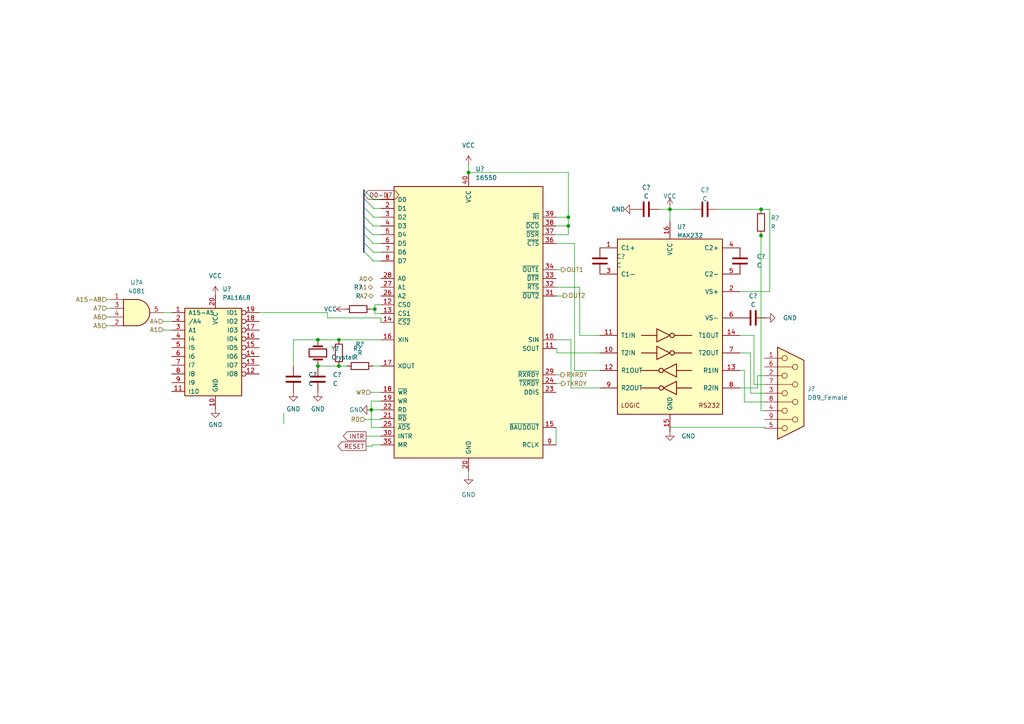
<source format=kicad_sch>
(kicad_sch (version 20211123) (generator eeschema)

  (uuid 1940b0de-3d86-448d-92c1-42c7f15a5358)

  (paper "A4")

  (lib_symbols
    (symbol "4xxx:4081" (pin_names (offset 1.016)) (in_bom yes) (on_board yes)
      (property "Reference" "U?" (id 0) (at 0 8.763 0)
        (effects (font (size 1.27 1.27)))
      )
      (property "Value" "4081" (id 1) (at 0 6.223 0)
        (effects (font (size 1.27 1.27)))
      )
      (property "Footprint" "" (id 2) (at 0 0 0)
        (effects (font (size 1.27 1.27)) hide)
      )
      (property "Datasheet" "http://www.intersil.com/content/dam/Intersil/documents/cd40/cd4073bms-81bms-82bms.pdf" (id 3) (at 0 0 0)
        (effects (font (size 1.27 1.27)) hide)
      )
      (property "ki_locked" "" (id 4) (at 0 0 0)
        (effects (font (size 1.27 1.27)))
      )
      (property "ki_keywords" "CMOS And2" (id 5) (at 0 0 0)
        (effects (font (size 1.27 1.27)) hide)
      )
      (property "ki_description" "Quad And 2 inputs" (id 6) (at 0 0 0)
        (effects (font (size 1.27 1.27)) hide)
      )
      (property "ki_fp_filters" "DIP?14*" (id 7) (at 0 0 0)
        (effects (font (size 1.27 1.27)) hide)
      )
      (symbol "4081_1_1"
        (arc (start 0 -3.81) (mid 3.81 0) (end 0 3.81)
          (stroke (width 0.254) (type default) (color 0 0 0 0))
          (fill (type background))
        )
        (polyline
          (pts
            (xy 0 3.81)
            (xy -3.81 3.81)
            (xy -3.81 -3.81)
            (xy 0 -3.81)
          )
          (stroke (width 0.254) (type default) (color 0 0 0 0))
          (fill (type background))
        )
        (pin input line (at -7.62 3.81 0) (length 3.81)
          (name "~" (effects (font (size 1.27 1.27))))
          (number "1" (effects (font (size 1.27 1.27))))
        )
        (pin input line (at -7.62 -3.81 0) (length 3.81)
          (name "~" (effects (font (size 1.27 1.27))))
          (number "2" (effects (font (size 1.27 1.27))))
        )
        (pin input line (at -7.62 1.27 0) (length 3.81)
          (name "" (effects (font (size 1.27 1.27))))
          (number "3" (effects (font (size 1.27 1.27))))
        )
        (pin input line (at -7.62 -1.27 0) (length 3.81)
          (name "" (effects (font (size 1.27 1.27))))
          (number "4" (effects (font (size 1.27 1.27))))
        )
        (pin output line (at 7.62 0 180) (length 3.81)
          (name "~" (effects (font (size 1.27 1.27))))
          (number "5" (effects (font (size 1.27 1.27))))
        )
      )
      (symbol "4081_1_2"
        (arc (start -3.81 -3.81) (mid -2.589 0) (end -3.81 3.81)
          (stroke (width 0.254) (type default) (color 0 0 0 0))
          (fill (type none))
        )
        (arc (start -0.6096 -3.81) (mid 2.1842 -2.5851) (end 3.81 0)
          (stroke (width 0.254) (type default) (color 0 0 0 0))
          (fill (type background))
        )
        (polyline
          (pts
            (xy -3.81 -3.81)
            (xy -0.635 -3.81)
          )
          (stroke (width 0.254) (type default) (color 0 0 0 0))
          (fill (type background))
        )
        (polyline
          (pts
            (xy -3.81 3.81)
            (xy -0.635 3.81)
          )
          (stroke (width 0.254) (type default) (color 0 0 0 0))
          (fill (type background))
        )
        (polyline
          (pts
            (xy -0.635 3.81)
            (xy -3.81 3.81)
            (xy -3.81 3.81)
            (xy -3.556 3.4036)
            (xy -3.0226 2.2606)
            (xy -2.6924 1.0414)
            (xy -2.6162 -0.254)
            (xy -2.7686 -1.4986)
            (xy -3.175 -2.7178)
            (xy -3.81 -3.81)
            (xy -3.81 -3.81)
            (xy -0.635 -3.81)
          )
          (stroke (width -25.4) (type default) (color 0 0 0 0))
          (fill (type background))
        )
        (arc (start 3.81 0) (mid 2.1915 2.5936) (end -0.6096 3.81)
          (stroke (width 0.254) (type default) (color 0 0 0 0))
          (fill (type background))
        )
        (pin input inverted (at -7.62 2.54 0) (length 4.318)
          (name "~" (effects (font (size 1.27 1.27))))
          (number "1" (effects (font (size 1.27 1.27))))
        )
        (pin input inverted (at -7.62 -2.54 0) (length 4.318)
          (name "~" (effects (font (size 1.27 1.27))))
          (number "2" (effects (font (size 1.27 1.27))))
        )
        (pin output inverted (at 7.62 0 180) (length 3.81)
          (name "~" (effects (font (size 1.27 1.27))))
          (number "3" (effects (font (size 1.27 1.27))))
        )
      )
      (symbol "4081_2_1"
        (arc (start 0 -3.81) (mid 3.81 0) (end 0 3.81)
          (stroke (width 0.254) (type default) (color 0 0 0 0))
          (fill (type background))
        )
        (polyline
          (pts
            (xy 0 3.81)
            (xy -3.81 3.81)
            (xy -3.81 -3.81)
            (xy 0 -3.81)
          )
          (stroke (width 0.254) (type default) (color 0 0 0 0))
          (fill (type background))
        )
        (pin output line (at 7.62 0 180) (length 3.81)
          (name "~" (effects (font (size 1.27 1.27))))
          (number "4" (effects (font (size 1.27 1.27))))
        )
        (pin input line (at -7.62 2.54 0) (length 3.81)
          (name "~" (effects (font (size 1.27 1.27))))
          (number "5" (effects (font (size 1.27 1.27))))
        )
        (pin input line (at -7.62 -2.54 0) (length 3.81)
          (name "~" (effects (font (size 1.27 1.27))))
          (number "6" (effects (font (size 1.27 1.27))))
        )
      )
      (symbol "4081_2_2"
        (arc (start -3.81 -3.81) (mid -2.589 0) (end -3.81 3.81)
          (stroke (width 0.254) (type default) (color 0 0 0 0))
          (fill (type none))
        )
        (arc (start -0.6096 -3.81) (mid 2.1842 -2.5851) (end 3.81 0)
          (stroke (width 0.254) (type default) (color 0 0 0 0))
          (fill (type background))
        )
        (polyline
          (pts
            (xy -3.81 -3.81)
            (xy -0.635 -3.81)
          )
          (stroke (width 0.254) (type default) (color 0 0 0 0))
          (fill (type background))
        )
        (polyline
          (pts
            (xy -3.81 3.81)
            (xy -0.635 3.81)
          )
          (stroke (width 0.254) (type default) (color 0 0 0 0))
          (fill (type background))
        )
        (polyline
          (pts
            (xy -0.635 3.81)
            (xy -3.81 3.81)
            (xy -3.81 3.81)
            (xy -3.556 3.4036)
            (xy -3.0226 2.2606)
            (xy -2.6924 1.0414)
            (xy -2.6162 -0.254)
            (xy -2.7686 -1.4986)
            (xy -3.175 -2.7178)
            (xy -3.81 -3.81)
            (xy -3.81 -3.81)
            (xy -0.635 -3.81)
          )
          (stroke (width -25.4) (type default) (color 0 0 0 0))
          (fill (type background))
        )
        (arc (start 3.81 0) (mid 2.1915 2.5936) (end -0.6096 3.81)
          (stroke (width 0.254) (type default) (color 0 0 0 0))
          (fill (type background))
        )
        (pin output inverted (at 7.62 0 180) (length 3.81)
          (name "~" (effects (font (size 1.27 1.27))))
          (number "4" (effects (font (size 1.27 1.27))))
        )
        (pin input inverted (at -7.62 2.54 0) (length 4.318)
          (name "~" (effects (font (size 1.27 1.27))))
          (number "5" (effects (font (size 1.27 1.27))))
        )
        (pin input inverted (at -7.62 -2.54 0) (length 4.318)
          (name "~" (effects (font (size 1.27 1.27))))
          (number "6" (effects (font (size 1.27 1.27))))
        )
      )
      (symbol "4081_3_1"
        (arc (start 0 -3.81) (mid 3.81 0) (end 0 3.81)
          (stroke (width 0.254) (type default) (color 0 0 0 0))
          (fill (type background))
        )
        (polyline
          (pts
            (xy 0 3.81)
            (xy -3.81 3.81)
            (xy -3.81 -3.81)
            (xy 0 -3.81)
          )
          (stroke (width 0.254) (type default) (color 0 0 0 0))
          (fill (type background))
        )
        (pin output line (at 7.62 0 180) (length 3.81)
          (name "~" (effects (font (size 1.27 1.27))))
          (number "10" (effects (font (size 1.27 1.27))))
        )
        (pin input line (at -7.62 2.54 0) (length 3.81)
          (name "~" (effects (font (size 1.27 1.27))))
          (number "8" (effects (font (size 1.27 1.27))))
        )
        (pin input line (at -7.62 -2.54 0) (length 3.81)
          (name "~" (effects (font (size 1.27 1.27))))
          (number "9" (effects (font (size 1.27 1.27))))
        )
      )
      (symbol "4081_3_2"
        (arc (start -3.81 -3.81) (mid -2.589 0) (end -3.81 3.81)
          (stroke (width 0.254) (type default) (color 0 0 0 0))
          (fill (type none))
        )
        (arc (start -0.6096 -3.81) (mid 2.1842 -2.5851) (end 3.81 0)
          (stroke (width 0.254) (type default) (color 0 0 0 0))
          (fill (type background))
        )
        (polyline
          (pts
            (xy -3.81 -3.81)
            (xy -0.635 -3.81)
          )
          (stroke (width 0.254) (type default) (color 0 0 0 0))
          (fill (type background))
        )
        (polyline
          (pts
            (xy -3.81 3.81)
            (xy -0.635 3.81)
          )
          (stroke (width 0.254) (type default) (color 0 0 0 0))
          (fill (type background))
        )
        (polyline
          (pts
            (xy -0.635 3.81)
            (xy -3.81 3.81)
            (xy -3.81 3.81)
            (xy -3.556 3.4036)
            (xy -3.0226 2.2606)
            (xy -2.6924 1.0414)
            (xy -2.6162 -0.254)
            (xy -2.7686 -1.4986)
            (xy -3.175 -2.7178)
            (xy -3.81 -3.81)
            (xy -3.81 -3.81)
            (xy -0.635 -3.81)
          )
          (stroke (width -25.4) (type default) (color 0 0 0 0))
          (fill (type background))
        )
        (arc (start 3.81 0) (mid 2.1915 2.5936) (end -0.6096 3.81)
          (stroke (width 0.254) (type default) (color 0 0 0 0))
          (fill (type background))
        )
        (pin output inverted (at 7.62 0 180) (length 3.81)
          (name "~" (effects (font (size 1.27 1.27))))
          (number "10" (effects (font (size 1.27 1.27))))
        )
        (pin input inverted (at -7.62 2.54 0) (length 4.318)
          (name "~" (effects (font (size 1.27 1.27))))
          (number "8" (effects (font (size 1.27 1.27))))
        )
        (pin input inverted (at -7.62 -2.54 0) (length 4.318)
          (name "~" (effects (font (size 1.27 1.27))))
          (number "9" (effects (font (size 1.27 1.27))))
        )
      )
      (symbol "4081_4_1"
        (arc (start 0 -3.81) (mid 3.81 0) (end 0 3.81)
          (stroke (width 0.254) (type default) (color 0 0 0 0))
          (fill (type background))
        )
        (polyline
          (pts
            (xy 0 3.81)
            (xy -3.81 3.81)
            (xy -3.81 -3.81)
            (xy 0 -3.81)
          )
          (stroke (width 0.254) (type default) (color 0 0 0 0))
          (fill (type background))
        )
        (pin output line (at 7.62 0 180) (length 3.81)
          (name "~" (effects (font (size 1.27 1.27))))
          (number "11" (effects (font (size 1.27 1.27))))
        )
        (pin input line (at -7.62 2.54 0) (length 3.81)
          (name "~" (effects (font (size 1.27 1.27))))
          (number "12" (effects (font (size 1.27 1.27))))
        )
        (pin input line (at -7.62 -2.54 0) (length 3.81)
          (name "~" (effects (font (size 1.27 1.27))))
          (number "13" (effects (font (size 1.27 1.27))))
        )
      )
      (symbol "4081_4_2"
        (arc (start -3.81 -3.81) (mid -2.589 0) (end -3.81 3.81)
          (stroke (width 0.254) (type default) (color 0 0 0 0))
          (fill (type none))
        )
        (arc (start -0.6096 -3.81) (mid 2.1842 -2.5851) (end 3.81 0)
          (stroke (width 0.254) (type default) (color 0 0 0 0))
          (fill (type background))
        )
        (polyline
          (pts
            (xy -3.81 -3.81)
            (xy -0.635 -3.81)
          )
          (stroke (width 0.254) (type default) (color 0 0 0 0))
          (fill (type background))
        )
        (polyline
          (pts
            (xy -3.81 3.81)
            (xy -0.635 3.81)
          )
          (stroke (width 0.254) (type default) (color 0 0 0 0))
          (fill (type background))
        )
        (polyline
          (pts
            (xy -0.635 3.81)
            (xy -3.81 3.81)
            (xy -3.81 3.81)
            (xy -3.556 3.4036)
            (xy -3.0226 2.2606)
            (xy -2.6924 1.0414)
            (xy -2.6162 -0.254)
            (xy -2.7686 -1.4986)
            (xy -3.175 -2.7178)
            (xy -3.81 -3.81)
            (xy -3.81 -3.81)
            (xy -0.635 -3.81)
          )
          (stroke (width -25.4) (type default) (color 0 0 0 0))
          (fill (type background))
        )
        (arc (start 3.81 0) (mid 2.1915 2.5936) (end -0.6096 3.81)
          (stroke (width 0.254) (type default) (color 0 0 0 0))
          (fill (type background))
        )
        (pin output inverted (at 7.62 0 180) (length 3.81)
          (name "~" (effects (font (size 1.27 1.27))))
          (number "11" (effects (font (size 1.27 1.27))))
        )
        (pin input inverted (at -7.62 2.54 0) (length 4.318)
          (name "~" (effects (font (size 1.27 1.27))))
          (number "12" (effects (font (size 1.27 1.27))))
        )
        (pin input inverted (at -7.62 -2.54 0) (length 4.318)
          (name "~" (effects (font (size 1.27 1.27))))
          (number "13" (effects (font (size 1.27 1.27))))
        )
      )
      (symbol "4081_5_0"
        (pin power_in line (at 0 12.7 270) (length 5.08)
          (name "VDD" (effects (font (size 1.27 1.27))))
          (number "14" (effects (font (size 1.27 1.27))))
        )
        (pin power_in line (at 0 -12.7 90) (length 5.08)
          (name "VSS" (effects (font (size 1.27 1.27))))
          (number "7" (effects (font (size 1.27 1.27))))
        )
      )
      (symbol "4081_5_1"
        (rectangle (start -5.08 7.62) (end 5.08 -7.62)
          (stroke (width 0.254) (type default) (color 0 0 0 0))
          (fill (type background))
        )
      )
    )
    (symbol "Connector:DB9_Female" (pin_names (offset 1.016) hide) (in_bom yes) (on_board yes)
      (property "Reference" "J" (id 0) (at 0 13.97 0)
        (effects (font (size 1.27 1.27)))
      )
      (property "Value" "DB9_Female" (id 1) (at 0 -14.605 0)
        (effects (font (size 1.27 1.27)))
      )
      (property "Footprint" "" (id 2) (at 0 0 0)
        (effects (font (size 1.27 1.27)) hide)
      )
      (property "Datasheet" " ~" (id 3) (at 0 0 0)
        (effects (font (size 1.27 1.27)) hide)
      )
      (property "ki_keywords" "connector female D-SUB" (id 4) (at 0 0 0)
        (effects (font (size 1.27 1.27)) hide)
      )
      (property "ki_description" "9-pin female D-SUB connector" (id 5) (at 0 0 0)
        (effects (font (size 1.27 1.27)) hide)
      )
      (property "ki_fp_filters" "DSUB*Female*" (id 6) (at 0 0 0)
        (effects (font (size 1.27 1.27)) hide)
      )
      (symbol "DB9_Female_0_1"
        (circle (center -1.778 -10.16) (radius 0.762)
          (stroke (width 0) (type default) (color 0 0 0 0))
          (fill (type none))
        )
        (circle (center -1.778 -5.08) (radius 0.762)
          (stroke (width 0) (type default) (color 0 0 0 0))
          (fill (type none))
        )
        (circle (center -1.778 0) (radius 0.762)
          (stroke (width 0) (type default) (color 0 0 0 0))
          (fill (type none))
        )
        (circle (center -1.778 5.08) (radius 0.762)
          (stroke (width 0) (type default) (color 0 0 0 0))
          (fill (type none))
        )
        (circle (center -1.778 10.16) (radius 0.762)
          (stroke (width 0) (type default) (color 0 0 0 0))
          (fill (type none))
        )
        (polyline
          (pts
            (xy -3.81 -10.16)
            (xy -2.54 -10.16)
          )
          (stroke (width 0) (type default) (color 0 0 0 0))
          (fill (type none))
        )
        (polyline
          (pts
            (xy -3.81 -7.62)
            (xy 0.508 -7.62)
          )
          (stroke (width 0) (type default) (color 0 0 0 0))
          (fill (type none))
        )
        (polyline
          (pts
            (xy -3.81 -5.08)
            (xy -2.54 -5.08)
          )
          (stroke (width 0) (type default) (color 0 0 0 0))
          (fill (type none))
        )
        (polyline
          (pts
            (xy -3.81 -2.54)
            (xy 0.508 -2.54)
          )
          (stroke (width 0) (type default) (color 0 0 0 0))
          (fill (type none))
        )
        (polyline
          (pts
            (xy -3.81 0)
            (xy -2.54 0)
          )
          (stroke (width 0) (type default) (color 0 0 0 0))
          (fill (type none))
        )
        (polyline
          (pts
            (xy -3.81 2.54)
            (xy 0.508 2.54)
          )
          (stroke (width 0) (type default) (color 0 0 0 0))
          (fill (type none))
        )
        (polyline
          (pts
            (xy -3.81 5.08)
            (xy -2.54 5.08)
          )
          (stroke (width 0) (type default) (color 0 0 0 0))
          (fill (type none))
        )
        (polyline
          (pts
            (xy -3.81 7.62)
            (xy 0.508 7.62)
          )
          (stroke (width 0) (type default) (color 0 0 0 0))
          (fill (type none))
        )
        (polyline
          (pts
            (xy -3.81 10.16)
            (xy -2.54 10.16)
          )
          (stroke (width 0) (type default) (color 0 0 0 0))
          (fill (type none))
        )
        (polyline
          (pts
            (xy -3.81 13.335)
            (xy -3.81 -13.335)
            (xy 3.81 -9.525)
            (xy 3.81 9.525)
            (xy -3.81 13.335)
          )
          (stroke (width 0.254) (type default) (color 0 0 0 0))
          (fill (type background))
        )
        (circle (center 1.27 -7.62) (radius 0.762)
          (stroke (width 0) (type default) (color 0 0 0 0))
          (fill (type none))
        )
        (circle (center 1.27 -2.54) (radius 0.762)
          (stroke (width 0) (type default) (color 0 0 0 0))
          (fill (type none))
        )
        (circle (center 1.27 2.54) (radius 0.762)
          (stroke (width 0) (type default) (color 0 0 0 0))
          (fill (type none))
        )
        (circle (center 1.27 7.62) (radius 0.762)
          (stroke (width 0) (type default) (color 0 0 0 0))
          (fill (type none))
        )
      )
      (symbol "DB9_Female_1_1"
        (pin passive line (at -7.62 10.16 0) (length 3.81)
          (name "1" (effects (font (size 1.27 1.27))))
          (number "1" (effects (font (size 1.27 1.27))))
        )
        (pin passive line (at -7.62 5.08 0) (length 3.81)
          (name "2" (effects (font (size 1.27 1.27))))
          (number "2" (effects (font (size 1.27 1.27))))
        )
        (pin passive line (at -7.62 0 0) (length 3.81)
          (name "3" (effects (font (size 1.27 1.27))))
          (number "3" (effects (font (size 1.27 1.27))))
        )
        (pin passive line (at -7.62 -5.08 0) (length 3.81)
          (name "4" (effects (font (size 1.27 1.27))))
          (number "4" (effects (font (size 1.27 1.27))))
        )
        (pin passive line (at -7.62 -10.16 0) (length 3.81)
          (name "5" (effects (font (size 1.27 1.27))))
          (number "5" (effects (font (size 1.27 1.27))))
        )
        (pin passive line (at -7.62 7.62 0) (length 3.81)
          (name "6" (effects (font (size 1.27 1.27))))
          (number "6" (effects (font (size 1.27 1.27))))
        )
        (pin passive line (at -7.62 2.54 0) (length 3.81)
          (name "7" (effects (font (size 1.27 1.27))))
          (number "7" (effects (font (size 1.27 1.27))))
        )
        (pin passive line (at -7.62 -2.54 0) (length 3.81)
          (name "8" (effects (font (size 1.27 1.27))))
          (number "8" (effects (font (size 1.27 1.27))))
        )
        (pin passive line (at -7.62 -7.62 0) (length 3.81)
          (name "9" (effects (font (size 1.27 1.27))))
          (number "9" (effects (font (size 1.27 1.27))))
        )
      )
    )
    (symbol "Device:C" (pin_numbers hide) (pin_names (offset 0.254)) (in_bom yes) (on_board yes)
      (property "Reference" "C" (id 0) (at 0.635 2.54 0)
        (effects (font (size 1.27 1.27)) (justify left))
      )
      (property "Value" "C" (id 1) (at 0.635 -2.54 0)
        (effects (font (size 1.27 1.27)) (justify left))
      )
      (property "Footprint" "" (id 2) (at 0.9652 -3.81 0)
        (effects (font (size 1.27 1.27)) hide)
      )
      (property "Datasheet" "~" (id 3) (at 0 0 0)
        (effects (font (size 1.27 1.27)) hide)
      )
      (property "ki_keywords" "cap capacitor" (id 4) (at 0 0 0)
        (effects (font (size 1.27 1.27)) hide)
      )
      (property "ki_description" "Unpolarized capacitor" (id 5) (at 0 0 0)
        (effects (font (size 1.27 1.27)) hide)
      )
      (property "ki_fp_filters" "C_*" (id 6) (at 0 0 0)
        (effects (font (size 1.27 1.27)) hide)
      )
      (symbol "C_0_1"
        (polyline
          (pts
            (xy -2.032 -0.762)
            (xy 2.032 -0.762)
          )
          (stroke (width 0.508) (type default) (color 0 0 0 0))
          (fill (type none))
        )
        (polyline
          (pts
            (xy -2.032 0.762)
            (xy 2.032 0.762)
          )
          (stroke (width 0.508) (type default) (color 0 0 0 0))
          (fill (type none))
        )
      )
      (symbol "C_1_1"
        (pin passive line (at 0 3.81 270) (length 2.794)
          (name "~" (effects (font (size 1.27 1.27))))
          (number "1" (effects (font (size 1.27 1.27))))
        )
        (pin passive line (at 0 -3.81 90) (length 2.794)
          (name "~" (effects (font (size 1.27 1.27))))
          (number "2" (effects (font (size 1.27 1.27))))
        )
      )
    )
    (symbol "Device:Crystal" (pin_numbers hide) (pin_names (offset 1.016) hide) (in_bom yes) (on_board yes)
      (property "Reference" "Y" (id 0) (at 0 3.81 0)
        (effects (font (size 1.27 1.27)))
      )
      (property "Value" "Crystal" (id 1) (at 0 -3.81 0)
        (effects (font (size 1.27 1.27)))
      )
      (property "Footprint" "" (id 2) (at 0 0 0)
        (effects (font (size 1.27 1.27)) hide)
      )
      (property "Datasheet" "~" (id 3) (at 0 0 0)
        (effects (font (size 1.27 1.27)) hide)
      )
      (property "ki_keywords" "quartz ceramic resonator oscillator" (id 4) (at 0 0 0)
        (effects (font (size 1.27 1.27)) hide)
      )
      (property "ki_description" "Two pin crystal" (id 5) (at 0 0 0)
        (effects (font (size 1.27 1.27)) hide)
      )
      (property "ki_fp_filters" "Crystal*" (id 6) (at 0 0 0)
        (effects (font (size 1.27 1.27)) hide)
      )
      (symbol "Crystal_0_1"
        (rectangle (start -1.143 2.54) (end 1.143 -2.54)
          (stroke (width 0.3048) (type default) (color 0 0 0 0))
          (fill (type none))
        )
        (polyline
          (pts
            (xy -2.54 0)
            (xy -1.905 0)
          )
          (stroke (width 0) (type default) (color 0 0 0 0))
          (fill (type none))
        )
        (polyline
          (pts
            (xy -1.905 -1.27)
            (xy -1.905 1.27)
          )
          (stroke (width 0.508) (type default) (color 0 0 0 0))
          (fill (type none))
        )
        (polyline
          (pts
            (xy 1.905 -1.27)
            (xy 1.905 1.27)
          )
          (stroke (width 0.508) (type default) (color 0 0 0 0))
          (fill (type none))
        )
        (polyline
          (pts
            (xy 2.54 0)
            (xy 1.905 0)
          )
          (stroke (width 0) (type default) (color 0 0 0 0))
          (fill (type none))
        )
      )
      (symbol "Crystal_1_1"
        (pin passive line (at -3.81 0 0) (length 1.27)
          (name "1" (effects (font (size 1.27 1.27))))
          (number "1" (effects (font (size 1.27 1.27))))
        )
        (pin passive line (at 3.81 0 180) (length 1.27)
          (name "2" (effects (font (size 1.27 1.27))))
          (number "2" (effects (font (size 1.27 1.27))))
        )
      )
    )
    (symbol "Device:R" (pin_numbers hide) (pin_names (offset 0)) (in_bom yes) (on_board yes)
      (property "Reference" "R" (id 0) (at 2.032 0 90)
        (effects (font (size 1.27 1.27)))
      )
      (property "Value" "R" (id 1) (at 0 0 90)
        (effects (font (size 1.27 1.27)))
      )
      (property "Footprint" "" (id 2) (at -1.778 0 90)
        (effects (font (size 1.27 1.27)) hide)
      )
      (property "Datasheet" "~" (id 3) (at 0 0 0)
        (effects (font (size 1.27 1.27)) hide)
      )
      (property "ki_keywords" "R res resistor" (id 4) (at 0 0 0)
        (effects (font (size 1.27 1.27)) hide)
      )
      (property "ki_description" "Resistor" (id 5) (at 0 0 0)
        (effects (font (size 1.27 1.27)) hide)
      )
      (property "ki_fp_filters" "R_*" (id 6) (at 0 0 0)
        (effects (font (size 1.27 1.27)) hide)
      )
      (symbol "R_0_1"
        (rectangle (start -1.016 -2.54) (end 1.016 2.54)
          (stroke (width 0.254) (type default) (color 0 0 0 0))
          (fill (type none))
        )
      )
      (symbol "R_1_1"
        (pin passive line (at 0 3.81 270) (length 1.27)
          (name "~" (effects (font (size 1.27 1.27))))
          (number "1" (effects (font (size 1.27 1.27))))
        )
        (pin passive line (at 0 -3.81 90) (length 1.27)
          (name "~" (effects (font (size 1.27 1.27))))
          (number "2" (effects (font (size 1.27 1.27))))
        )
      )
    )
    (symbol "Interface_UART:16550" (pin_names (offset 1.016)) (in_bom yes) (on_board yes)
      (property "Reference" "U" (id 0) (at -21.59 40.64 0)
        (effects (font (size 1.27 1.27)) (justify left))
      )
      (property "Value" "16550" (id 1) (at 15.24 40.64 0)
        (effects (font (size 1.27 1.27)) (justify left))
      )
      (property "Footprint" "Package_DIP:DIP-40_W15.24mm" (id 2) (at 0 0 0)
        (effects (font (size 1.27 1.27) italic) hide)
      )
      (property "Datasheet" "http://www.ti.com/lit/ds/symlink/pc16550d.pdf" (id 3) (at 0 0 0)
        (effects (font (size 1.27 1.27)) hide)
      )
      (property "ki_keywords" "1ch UART FIFO" (id 4) (at 0 0 0)
        (effects (font (size 1.27 1.27)) hide)
      )
      (property "ki_description" "PC16550D, Universal Asynchronous Receiver/Transmitter with FIFOs, PDIP-40" (id 5) (at 0 0 0)
        (effects (font (size 1.27 1.27)) hide)
      )
      (property "ki_fp_filters" "DIP*W15.24mm*" (id 6) (at 0 0 0)
        (effects (font (size 1.27 1.27)) hide)
      )
      (symbol "16550_0_1"
        (rectangle (start -21.59 -39.37) (end 21.59 39.37)
          (stroke (width 0.254) (type default) (color 0 0 0 0))
          (fill (type background))
        )
      )
      (symbol "16550_1_1"
        (pin bidirectional line (at -25.4 35.56 0) (length 3.81)
          (name "D0" (effects (font (size 1.27 1.27))))
          (number "1" (effects (font (size 1.27 1.27))))
        )
        (pin input line (at 25.4 -5.08 180) (length 3.81)
          (name "SIN" (effects (font (size 1.27 1.27))))
          (number "10" (effects (font (size 1.27 1.27))))
        )
        (pin output line (at 25.4 -7.62 180) (length 3.81)
          (name "SOUT" (effects (font (size 1.27 1.27))))
          (number "11" (effects (font (size 1.27 1.27))))
        )
        (pin input line (at -25.4 5.08 0) (length 3.81)
          (name "CS0" (effects (font (size 1.27 1.27))))
          (number "12" (effects (font (size 1.27 1.27))))
        )
        (pin input line (at -25.4 2.54 0) (length 3.81)
          (name "CS1" (effects (font (size 1.27 1.27))))
          (number "13" (effects (font (size 1.27 1.27))))
        )
        (pin input line (at -25.4 0 0) (length 3.81)
          (name "~{CS2}" (effects (font (size 1.27 1.27))))
          (number "14" (effects (font (size 1.27 1.27))))
        )
        (pin output line (at 25.4 -30.48 180) (length 3.81)
          (name "~{BAUDOUT}" (effects (font (size 1.27 1.27))))
          (number "15" (effects (font (size 1.27 1.27))))
        )
        (pin input line (at -25.4 -5.08 0) (length 3.81)
          (name "XIN" (effects (font (size 1.27 1.27))))
          (number "16" (effects (font (size 1.27 1.27))))
        )
        (pin output line (at -25.4 -12.7 0) (length 3.81)
          (name "XOUT" (effects (font (size 1.27 1.27))))
          (number "17" (effects (font (size 1.27 1.27))))
        )
        (pin input line (at -25.4 -20.32 0) (length 3.81)
          (name "~{WR}" (effects (font (size 1.27 1.27))))
          (number "18" (effects (font (size 1.27 1.27))))
        )
        (pin input line (at -25.4 -22.86 0) (length 3.81)
          (name "WR" (effects (font (size 1.27 1.27))))
          (number "19" (effects (font (size 1.27 1.27))))
        )
        (pin bidirectional line (at -25.4 33.02 0) (length 3.81)
          (name "D1" (effects (font (size 1.27 1.27))))
          (number "2" (effects (font (size 1.27 1.27))))
        )
        (pin power_in line (at 0 -43.18 90) (length 3.81)
          (name "GND" (effects (font (size 1.27 1.27))))
          (number "20" (effects (font (size 1.27 1.27))))
        )
        (pin input line (at -25.4 -27.94 0) (length 3.81)
          (name "~{RD}" (effects (font (size 1.27 1.27))))
          (number "21" (effects (font (size 1.27 1.27))))
        )
        (pin input line (at -25.4 -25.4 0) (length 3.81)
          (name "RD" (effects (font (size 1.27 1.27))))
          (number "22" (effects (font (size 1.27 1.27))))
        )
        (pin output line (at 25.4 -20.32 180) (length 3.81)
          (name "DDIS" (effects (font (size 1.27 1.27))))
          (number "23" (effects (font (size 1.27 1.27))))
        )
        (pin output line (at 25.4 -17.78 180) (length 3.81)
          (name "~{TXRDY}" (effects (font (size 1.27 1.27))))
          (number "24" (effects (font (size 1.27 1.27))))
        )
        (pin input line (at -25.4 -30.48 0) (length 3.81)
          (name "~{ADS}" (effects (font (size 1.27 1.27))))
          (number "25" (effects (font (size 1.27 1.27))))
        )
        (pin input line (at -25.4 7.62 0) (length 3.81)
          (name "A2" (effects (font (size 1.27 1.27))))
          (number "26" (effects (font (size 1.27 1.27))))
        )
        (pin input line (at -25.4 10.16 0) (length 3.81)
          (name "A1" (effects (font (size 1.27 1.27))))
          (number "27" (effects (font (size 1.27 1.27))))
        )
        (pin input line (at -25.4 12.7 0) (length 3.81)
          (name "A0" (effects (font (size 1.27 1.27))))
          (number "28" (effects (font (size 1.27 1.27))))
        )
        (pin output line (at 25.4 -15.24 180) (length 3.81)
          (name "~{RXRDY}" (effects (font (size 1.27 1.27))))
          (number "29" (effects (font (size 1.27 1.27))))
        )
        (pin bidirectional line (at -25.4 30.48 0) (length 3.81)
          (name "D2" (effects (font (size 1.27 1.27))))
          (number "3" (effects (font (size 1.27 1.27))))
        )
        (pin output line (at -25.4 -33.02 0) (length 3.81)
          (name "INTR" (effects (font (size 1.27 1.27))))
          (number "30" (effects (font (size 1.27 1.27))))
        )
        (pin output line (at 25.4 7.62 180) (length 3.81)
          (name "~{OUT2}" (effects (font (size 1.27 1.27))))
          (number "31" (effects (font (size 1.27 1.27))))
        )
        (pin output line (at 25.4 10.16 180) (length 3.81)
          (name "~{RTS}" (effects (font (size 1.27 1.27))))
          (number "32" (effects (font (size 1.27 1.27))))
        )
        (pin output line (at 25.4 12.7 180) (length 3.81)
          (name "~{DTR}" (effects (font (size 1.27 1.27))))
          (number "33" (effects (font (size 1.27 1.27))))
        )
        (pin output line (at 25.4 15.24 180) (length 3.81)
          (name "~{OUT1}" (effects (font (size 1.27 1.27))))
          (number "34" (effects (font (size 1.27 1.27))))
        )
        (pin input line (at -25.4 -35.56 0) (length 3.81)
          (name "MR" (effects (font (size 1.27 1.27))))
          (number "35" (effects (font (size 1.27 1.27))))
        )
        (pin input line (at 25.4 22.86 180) (length 3.81)
          (name "~{CTS}" (effects (font (size 1.27 1.27))))
          (number "36" (effects (font (size 1.27 1.27))))
        )
        (pin input line (at 25.4 25.4 180) (length 3.81)
          (name "~{DSR}" (effects (font (size 1.27 1.27))))
          (number "37" (effects (font (size 1.27 1.27))))
        )
        (pin input line (at 25.4 27.94 180) (length 3.81)
          (name "~{DCD}" (effects (font (size 1.27 1.27))))
          (number "38" (effects (font (size 1.27 1.27))))
        )
        (pin input line (at 25.4 30.48 180) (length 3.81)
          (name "~{RI}" (effects (font (size 1.27 1.27))))
          (number "39" (effects (font (size 1.27 1.27))))
        )
        (pin bidirectional line (at -25.4 27.94 0) (length 3.81)
          (name "D3" (effects (font (size 1.27 1.27))))
          (number "4" (effects (font (size 1.27 1.27))))
        )
        (pin power_in line (at 0 43.18 270) (length 3.81)
          (name "VCC" (effects (font (size 1.27 1.27))))
          (number "40" (effects (font (size 1.27 1.27))))
        )
        (pin bidirectional line (at -25.4 25.4 0) (length 3.81)
          (name "D4" (effects (font (size 1.27 1.27))))
          (number "5" (effects (font (size 1.27 1.27))))
        )
        (pin bidirectional line (at -25.4 22.86 0) (length 3.81)
          (name "D5" (effects (font (size 1.27 1.27))))
          (number "6" (effects (font (size 1.27 1.27))))
        )
        (pin bidirectional line (at -25.4 20.32 0) (length 3.81)
          (name "D6" (effects (font (size 1.27 1.27))))
          (number "7" (effects (font (size 1.27 1.27))))
        )
        (pin bidirectional line (at -25.4 17.78 0) (length 3.81)
          (name "D7" (effects (font (size 1.27 1.27))))
          (number "8" (effects (font (size 1.27 1.27))))
        )
        (pin input line (at 25.4 -35.56 180) (length 3.81)
          (name "RCLK" (effects (font (size 1.27 1.27))))
          (number "9" (effects (font (size 1.27 1.27))))
        )
      )
    )
    (symbol "Interface_UART:MAX232" (pin_names (offset 1.016)) (in_bom yes) (on_board yes)
      (property "Reference" "U" (id 0) (at -2.54 28.575 0)
        (effects (font (size 1.27 1.27)) (justify right))
      )
      (property "Value" "MAX232" (id 1) (at -2.54 26.67 0)
        (effects (font (size 1.27 1.27)) (justify right))
      )
      (property "Footprint" "" (id 2) (at 1.27 -26.67 0)
        (effects (font (size 1.27 1.27)) (justify left) hide)
      )
      (property "Datasheet" "http://www.ti.com/lit/ds/symlink/max232.pdf" (id 3) (at 0 2.54 0)
        (effects (font (size 1.27 1.27)) hide)
      )
      (property "ki_keywords" "rs232 uart transceiver line-driver" (id 4) (at 0 0 0)
        (effects (font (size 1.27 1.27)) hide)
      )
      (property "ki_description" "Dual RS232 driver/receiver, 5V supply, 120kb/s, 0C-70C" (id 5) (at 0 0 0)
        (effects (font (size 1.27 1.27)) hide)
      )
      (property "ki_fp_filters" "SOIC*P1.27mm* DIP*W7.62mm* TSSOP*4.4x5mm*P0.65mm*" (id 6) (at 0 0 0)
        (effects (font (size 1.27 1.27)) hide)
      )
      (symbol "MAX232_0_0"
        (text "LOGIC" (at -11.43 -22.86 0)
          (effects (font (size 1.27 1.27)))
        )
        (text "RS232" (at 11.43 -22.86 0)
          (effects (font (size 1.27 1.27)))
        )
      )
      (symbol "MAX232_0_1"
        (rectangle (start -15.24 -25.4) (end 15.24 25.4)
          (stroke (width 0.254) (type default) (color 0 0 0 0))
          (fill (type background))
        )
        (circle (center -2.54 -17.78) (radius 0.635)
          (stroke (width 0.254) (type default) (color 0 0 0 0))
          (fill (type none))
        )
        (circle (center -2.54 -12.7) (radius 0.635)
          (stroke (width 0.254) (type default) (color 0 0 0 0))
          (fill (type none))
        )
        (polyline
          (pts
            (xy -3.81 -7.62)
            (xy -8.255 -7.62)
          )
          (stroke (width 0.254) (type default) (color 0 0 0 0))
          (fill (type none))
        )
        (polyline
          (pts
            (xy -3.81 -2.54)
            (xy -8.255 -2.54)
          )
          (stroke (width 0.254) (type default) (color 0 0 0 0))
          (fill (type none))
        )
        (polyline
          (pts
            (xy -3.175 -17.78)
            (xy -8.255 -17.78)
          )
          (stroke (width 0.254) (type default) (color 0 0 0 0))
          (fill (type none))
        )
        (polyline
          (pts
            (xy -3.175 -12.7)
            (xy -8.255 -12.7)
          )
          (stroke (width 0.254) (type default) (color 0 0 0 0))
          (fill (type none))
        )
        (polyline
          (pts
            (xy 1.27 -7.62)
            (xy 6.35 -7.62)
          )
          (stroke (width 0.254) (type default) (color 0 0 0 0))
          (fill (type none))
        )
        (polyline
          (pts
            (xy 1.27 -2.54)
            (xy 6.35 -2.54)
          )
          (stroke (width 0.254) (type default) (color 0 0 0 0))
          (fill (type none))
        )
        (polyline
          (pts
            (xy 1.905 -17.78)
            (xy 6.35 -17.78)
          )
          (stroke (width 0.254) (type default) (color 0 0 0 0))
          (fill (type none))
        )
        (polyline
          (pts
            (xy 1.905 -12.7)
            (xy 6.35 -12.7)
          )
          (stroke (width 0.254) (type default) (color 0 0 0 0))
          (fill (type none))
        )
        (polyline
          (pts
            (xy -3.81 -5.715)
            (xy -3.81 -9.525)
            (xy 0 -7.62)
            (xy -3.81 -5.715)
          )
          (stroke (width 0.254) (type default) (color 0 0 0 0))
          (fill (type none))
        )
        (polyline
          (pts
            (xy -3.81 -0.635)
            (xy -3.81 -4.445)
            (xy 0 -2.54)
            (xy -3.81 -0.635)
          )
          (stroke (width 0.254) (type default) (color 0 0 0 0))
          (fill (type none))
        )
        (polyline
          (pts
            (xy 1.905 -15.875)
            (xy 1.905 -19.685)
            (xy -1.905 -17.78)
            (xy 1.905 -15.875)
          )
          (stroke (width 0.254) (type default) (color 0 0 0 0))
          (fill (type none))
        )
        (polyline
          (pts
            (xy 1.905 -10.795)
            (xy 1.905 -14.605)
            (xy -1.905 -12.7)
            (xy 1.905 -10.795)
          )
          (stroke (width 0.254) (type default) (color 0 0 0 0))
          (fill (type none))
        )
        (circle (center 0.635 -7.62) (radius 0.635)
          (stroke (width 0.254) (type default) (color 0 0 0 0))
          (fill (type none))
        )
        (circle (center 0.635 -2.54) (radius 0.635)
          (stroke (width 0.254) (type default) (color 0 0 0 0))
          (fill (type none))
        )
      )
      (symbol "MAX232_1_1"
        (pin passive line (at -20.32 22.86 0) (length 5.08)
          (name "C1+" (effects (font (size 1.27 1.27))))
          (number "1" (effects (font (size 1.27 1.27))))
        )
        (pin input line (at -20.32 -7.62 0) (length 5.08)
          (name "T2IN" (effects (font (size 1.27 1.27))))
          (number "10" (effects (font (size 1.27 1.27))))
        )
        (pin input line (at -20.32 -2.54 0) (length 5.08)
          (name "T1IN" (effects (font (size 1.27 1.27))))
          (number "11" (effects (font (size 1.27 1.27))))
        )
        (pin output line (at -20.32 -12.7 0) (length 5.08)
          (name "R1OUT" (effects (font (size 1.27 1.27))))
          (number "12" (effects (font (size 1.27 1.27))))
        )
        (pin input line (at 20.32 -12.7 180) (length 5.08)
          (name "R1IN" (effects (font (size 1.27 1.27))))
          (number "13" (effects (font (size 1.27 1.27))))
        )
        (pin output line (at 20.32 -2.54 180) (length 5.08)
          (name "T1OUT" (effects (font (size 1.27 1.27))))
          (number "14" (effects (font (size 1.27 1.27))))
        )
        (pin power_in line (at 0 -30.48 90) (length 5.08)
          (name "GND" (effects (font (size 1.27 1.27))))
          (number "15" (effects (font (size 1.27 1.27))))
        )
        (pin power_in line (at 0 30.48 270) (length 5.08)
          (name "VCC" (effects (font (size 1.27 1.27))))
          (number "16" (effects (font (size 1.27 1.27))))
        )
        (pin power_out line (at 20.32 10.16 180) (length 5.08)
          (name "VS+" (effects (font (size 1.27 1.27))))
          (number "2" (effects (font (size 1.27 1.27))))
        )
        (pin passive line (at -20.32 15.24 0) (length 5.08)
          (name "C1-" (effects (font (size 1.27 1.27))))
          (number "3" (effects (font (size 1.27 1.27))))
        )
        (pin passive line (at 20.32 22.86 180) (length 5.08)
          (name "C2+" (effects (font (size 1.27 1.27))))
          (number "4" (effects (font (size 1.27 1.27))))
        )
        (pin passive line (at 20.32 15.24 180) (length 5.08)
          (name "C2-" (effects (font (size 1.27 1.27))))
          (number "5" (effects (font (size 1.27 1.27))))
        )
        (pin power_out line (at 20.32 2.54 180) (length 5.08)
          (name "VS-" (effects (font (size 1.27 1.27))))
          (number "6" (effects (font (size 1.27 1.27))))
        )
        (pin output line (at 20.32 -7.62 180) (length 5.08)
          (name "T2OUT" (effects (font (size 1.27 1.27))))
          (number "7" (effects (font (size 1.27 1.27))))
        )
        (pin input line (at 20.32 -17.78 180) (length 5.08)
          (name "R2IN" (effects (font (size 1.27 1.27))))
          (number "8" (effects (font (size 1.27 1.27))))
        )
        (pin output line (at -20.32 -17.78 0) (length 5.08)
          (name "R2OUT" (effects (font (size 1.27 1.27))))
          (number "9" (effects (font (size 1.27 1.27))))
        )
      )
    )
    (symbol "PAL16L8_3" (pin_names (offset 1.016)) (in_bom yes) (on_board yes)
      (property "Reference" "U?" (id 0) (at 16.51 3.5814 90)
        (effects (font (size 1.27 1.27)))
      )
      (property "Value" "PAL16L8" (id 1) (at 16.51 1.0414 90)
        (effects (font (size 1.27 1.27)))
      )
      (property "Footprint" "" (id 2) (at 0 0 0)
        (effects (font (size 1.27 1.27)) hide)
      )
      (property "Datasheet" "" (id 3) (at 0 0 0)
        (effects (font (size 1.27 1.27)) hide)
      )
      (property "ki_keywords" "PAL PLD 16L8" (id 4) (at 0 0 0)
        (effects (font (size 1.27 1.27)) hide)
      )
      (property "ki_description" "Programmable Logic Array, DIP-20" (id 5) (at 0 0 0)
        (effects (font (size 1.27 1.27)) hide)
      )
      (property "ki_fp_filters" "DIP* PDIP*" (id 6) (at 0 0 0)
        (effects (font (size 1.27 1.27)) hide)
      )
      (symbol "PAL16L8_3_0_0"
        (pin power_in line (at 0 -15.24 90) (length 3.81)
          (name "GND" (effects (font (size 1.27 1.27))))
          (number "10" (effects (font (size 1.27 1.27))))
        )
        (pin power_in line (at 0 17.78 270) (length 3.81)
          (name "VCC" (effects (font (size 1.27 1.27))))
          (number "20" (effects (font (size 1.27 1.27))))
        )
      )
      (symbol "PAL16L8_3_0_1"
        (rectangle (start -8.89 13.97) (end 7.62 -11.43)
          (stroke (width 0.254) (type default) (color 0 0 0 0))
          (fill (type background))
        )
      )
      (symbol "PAL16L8_3_1_1"
        (pin input line (at -12.7 12.7 0) (length 3.81)
          (name "A15-A5" (effects (font (size 1.27 1.27))))
          (number "1" (effects (font (size 1.27 1.27))))
        )
        (pin input line (at -12.7 -10.16 0) (length 3.81)
          (name "I10" (effects (font (size 1.27 1.27))))
          (number "11" (effects (font (size 1.27 1.27))))
        )
        (pin tri_state inverted (at 12.7 -5.08 180) (length 5.08)
          (name "IO8" (effects (font (size 1.27 1.27))))
          (number "12" (effects (font (size 1.27 1.27))))
        )
        (pin tri_state inverted (at 12.7 -2.54 180) (length 5.08)
          (name "IO7" (effects (font (size 1.27 1.27))))
          (number "13" (effects (font (size 1.27 1.27))))
        )
        (pin tri_state inverted (at 12.7 0 180) (length 5.08)
          (name "IO6" (effects (font (size 1.27 1.27))))
          (number "14" (effects (font (size 1.27 1.27))))
        )
        (pin tri_state inverted (at 12.7 2.54 180) (length 5.08)
          (name "IO5" (effects (font (size 1.27 1.27))))
          (number "15" (effects (font (size 1.27 1.27))))
        )
        (pin tri_state inverted (at 12.7 5.08 180) (length 5.08)
          (name "IO4" (effects (font (size 1.27 1.27))))
          (number "16" (effects (font (size 1.27 1.27))))
        )
        (pin tri_state inverted (at 12.7 7.62 180) (length 5.08)
          (name "I03" (effects (font (size 1.27 1.27))))
          (number "17" (effects (font (size 1.27 1.27))))
        )
        (pin tri_state inverted (at 12.7 10.16 180) (length 5.08)
          (name "IO2" (effects (font (size 1.27 1.27))))
          (number "18" (effects (font (size 1.27 1.27))))
        )
        (pin tri_state inverted (at 12.7 12.7 180) (length 5.08)
          (name "IO1" (effects (font (size 1.27 1.27))))
          (number "19" (effects (font (size 1.27 1.27))))
        )
        (pin input line (at -12.7 10.16 0) (length 3.81)
          (name "/A4" (effects (font (size 1.27 1.27))))
          (number "2" (effects (font (size 1.27 1.27))))
        )
        (pin input line (at -12.7 7.62 0) (length 3.81)
          (name "A1" (effects (font (size 1.27 1.27))))
          (number "3" (effects (font (size 1.27 1.27))))
        )
        (pin input line (at -12.7 5.08 0) (length 3.81)
          (name "I4" (effects (font (size 1.27 1.27))))
          (number "4" (effects (font (size 1.27 1.27))))
        )
        (pin input line (at -12.7 2.54 0) (length 3.81)
          (name "I5" (effects (font (size 1.27 1.27))))
          (number "5" (effects (font (size 1.27 1.27))))
        )
        (pin input line (at -12.7 0 0) (length 3.81)
          (name "I6" (effects (font (size 1.27 1.27))))
          (number "6" (effects (font (size 1.27 1.27))))
        )
        (pin input line (at -12.7 -2.54 0) (length 3.81)
          (name "I7" (effects (font (size 1.27 1.27))))
          (number "7" (effects (font (size 1.27 1.27))))
        )
        (pin input line (at -12.7 -5.08 0) (length 3.81)
          (name "I8" (effects (font (size 1.27 1.27))))
          (number "8" (effects (font (size 1.27 1.27))))
        )
        (pin input line (at -12.7 -7.62 0) (length 3.81)
          (name "I9" (effects (font (size 1.27 1.27))))
          (number "9" (effects (font (size 1.27 1.27))))
        )
      )
    )
    (symbol "power:GND" (power) (pin_names (offset 0)) (in_bom yes) (on_board yes)
      (property "Reference" "#PWR" (id 0) (at 0 -6.35 0)
        (effects (font (size 1.27 1.27)) hide)
      )
      (property "Value" "GND" (id 1) (at 0 -3.81 0)
        (effects (font (size 1.27 1.27)))
      )
      (property "Footprint" "" (id 2) (at 0 0 0)
        (effects (font (size 1.27 1.27)) hide)
      )
      (property "Datasheet" "" (id 3) (at 0 0 0)
        (effects (font (size 1.27 1.27)) hide)
      )
      (property "ki_keywords" "power-flag" (id 4) (at 0 0 0)
        (effects (font (size 1.27 1.27)) hide)
      )
      (property "ki_description" "Power symbol creates a global label with name \"GND\" , ground" (id 5) (at 0 0 0)
        (effects (font (size 1.27 1.27)) hide)
      )
      (symbol "GND_0_1"
        (polyline
          (pts
            (xy 0 0)
            (xy 0 -1.27)
            (xy 1.27 -1.27)
            (xy 0 -2.54)
            (xy -1.27 -1.27)
            (xy 0 -1.27)
          )
          (stroke (width 0) (type default) (color 0 0 0 0))
          (fill (type none))
        )
      )
      (symbol "GND_1_1"
        (pin power_in line (at 0 0 270) (length 0) hide
          (name "GND" (effects (font (size 1.27 1.27))))
          (number "1" (effects (font (size 1.27 1.27))))
        )
      )
    )
    (symbol "power:VCC" (power) (pin_names (offset 0)) (in_bom yes) (on_board yes)
      (property "Reference" "#PWR" (id 0) (at 0 -3.81 0)
        (effects (font (size 1.27 1.27)) hide)
      )
      (property "Value" "VCC" (id 1) (at 0 3.81 0)
        (effects (font (size 1.27 1.27)))
      )
      (property "Footprint" "" (id 2) (at 0 0 0)
        (effects (font (size 1.27 1.27)) hide)
      )
      (property "Datasheet" "" (id 3) (at 0 0 0)
        (effects (font (size 1.27 1.27)) hide)
      )
      (property "ki_keywords" "power-flag" (id 4) (at 0 0 0)
        (effects (font (size 1.27 1.27)) hide)
      )
      (property "ki_description" "Power symbol creates a global label with name \"VCC\"" (id 5) (at 0 0 0)
        (effects (font (size 1.27 1.27)) hide)
      )
      (symbol "VCC_0_1"
        (polyline
          (pts
            (xy -0.762 1.27)
            (xy 0 2.54)
          )
          (stroke (width 0) (type default) (color 0 0 0 0))
          (fill (type none))
        )
        (polyline
          (pts
            (xy 0 0)
            (xy 0 2.54)
          )
          (stroke (width 0) (type default) (color 0 0 0 0))
          (fill (type none))
        )
        (polyline
          (pts
            (xy 0 2.54)
            (xy 0.762 1.27)
          )
          (stroke (width 0) (type default) (color 0 0 0 0))
          (fill (type none))
        )
      )
      (symbol "VCC_1_1"
        (pin power_in line (at 0 0 90) (length 0) hide
          (name "VCC" (effects (font (size 1.27 1.27))))
          (number "1" (effects (font (size 1.27 1.27))))
        )
      )
    )
  )

  (junction (at 220.726 68.326) (diameter 0) (color 0 0 0 0)
    (uuid 0361c1c5-3253-4acd-ac04-d193c4e2286f)
  )
  (junction (at 164.846 65.532) (diameter 0) (color 0 0 0 0)
    (uuid 286cfbee-70f0-4746-b9ae-6f2ad2573abe)
  )
  (junction (at 98.298 98.552) (diameter 0) (color 0 0 0 0)
    (uuid 289ad934-e314-40c0-85cf-a54f3da9fed3)
  )
  (junction (at 107.696 118.872) (diameter 0) (color 0 0 0 0)
    (uuid 2de3f1e9-51dc-4d95-8111-9ecb627842c9)
  )
  (junction (at 92.202 106.172) (diameter 0) (color 0 0 0 0)
    (uuid 385d34bd-aad2-454d-8f07-f18cc4a1e88b)
  )
  (junction (at 98.298 106.172) (diameter 0) (color 0 0 0 0)
    (uuid 4537da7c-78cf-4942-af86-8e1277f4522d)
  )
  (junction (at 164.846 62.992) (diameter 0) (color 0 0 0 0)
    (uuid 99551809-baee-422b-9b12-f3cb2c141416)
  )
  (junction (at 108.712 89.662) (diameter 0) (color 0 0 0 0)
    (uuid a2d62633-bf44-4c12-a707-471eac3bf6c6)
  )
  (junction (at 194.31 60.706) (diameter 0) (color 0 0 0 0)
    (uuid ac515ae2-d65a-4a82-9e0a-da1628e1db5a)
  )
  (junction (at 92.202 98.552) (diameter 0) (color 0 0 0 0)
    (uuid b3fdc127-f03d-40ac-8e05-e604becc99fc)
  )
  (junction (at 220.726 60.706) (diameter 0) (color 0 0 0 0)
    (uuid e753ca5f-3e02-4b40-99b2-ae1180ce0fe2)
  )
  (junction (at 135.89 50.038) (diameter 0) (color 0 0 0 0)
    (uuid f267a190-4722-439f-bcfe-936798a0c275)
  )

  (bus_entry (at 105.537 67.818) (size 2.54 2.54)
    (stroke (width 0) (type default) (color 0 0 0 0))
    (uuid 5f12b1f3-46e3-41f7-896a-a2f865c1aaf4)
  )
  (bus_entry (at 105.664 70.485) (size 2.54 2.54)
    (stroke (width 0) (type default) (color 0 0 0 0))
    (uuid 5f12b1f3-46e3-41f7-896a-a2f865c1aaf5)
  )
  (bus_entry (at 105.537 72.898) (size 2.54 2.54)
    (stroke (width 0) (type default) (color 0 0 0 0))
    (uuid 5f12b1f3-46e3-41f7-896a-a2f865c1aaf6)
  )
  (bus_entry (at 105.664 55.245) (size 2.54 2.54)
    (stroke (width 0) (type default) (color 0 0 0 0))
    (uuid 5f12b1f3-46e3-41f7-896a-a2f865c1aaf7)
  )
  (bus_entry (at 105.664 57.658) (size 2.54 2.54)
    (stroke (width 0) (type default) (color 0 0 0 0))
    (uuid 5f12b1f3-46e3-41f7-896a-a2f865c1aaf8)
  )
  (bus_entry (at 105.664 60.198) (size 2.54 2.54)
    (stroke (width 0) (type default) (color 0 0 0 0))
    (uuid 5f12b1f3-46e3-41f7-896a-a2f865c1aaf9)
  )
  (bus_entry (at 105.537 62.738) (size 2.54 2.54)
    (stroke (width 0) (type default) (color 0 0 0 0))
    (uuid 5f12b1f3-46e3-41f7-896a-a2f865c1aafa)
  )
  (bus_entry (at 105.537 65.532) (size 2.54 2.54)
    (stroke (width 0) (type default) (color 0 0 0 0))
    (uuid 5f12b1f3-46e3-41f7-896a-a2f865c1aafb)
  )

  (wire (pts (xy 110.49 90.932) (xy 108.712 90.932))
    (stroke (width 0) (type default) (color 0 0 0 0))
    (uuid 0072574a-b1dd-4195-bcab-6f97d02e8f8d)
  )
  (wire (pts (xy 85.09 98.552) (xy 85.09 106.172))
    (stroke (width 0) (type default) (color 0 0 0 0))
    (uuid 034195a6-987c-403c-861c-0023e74a4905)
  )
  (wire (pts (xy 98.298 98.552) (xy 110.49 98.552))
    (stroke (width 0) (type default) (color 0 0 0 0))
    (uuid 036129b0-730f-42e2-9f85-ab1a5d69702f)
  )
  (wire (pts (xy 92.202 98.552) (xy 85.09 98.552))
    (stroke (width 0) (type default) (color 0 0 0 0))
    (uuid 054882ae-42e8-4eb4-9442-fcdae9c49ac0)
  )
  (wire (pts (xy 30.988 91.948) (xy 32.004 91.948))
    (stroke (width 0) (type default) (color 0 0 0 0))
    (uuid 054c07a2-92ca-47e2-9eff-d6971a38031d)
  )
  (wire (pts (xy 108.077 68.072) (xy 110.49 68.072))
    (stroke (width 0) (type default) (color 0 0 0 0))
    (uuid 0571e329-014c-47f9-9858-b481dcb99029)
  )
  (wire (pts (xy 221.742 123.952) (xy 221.742 124.206))
    (stroke (width 0) (type default) (color 0 0 0 0))
    (uuid 0897e928-7c06-40b5-86a0-210305a31dfb)
  )
  (wire (pts (xy 110.49 75.692) (xy 108.077 75.692))
    (stroke (width 0) (type default) (color 0 0 0 0))
    (uuid 09475a91-a6f4-4739-82ad-95cf8129c85a)
  )
  (wire (pts (xy 135.89 50.038) (xy 135.89 50.292))
    (stroke (width 0) (type default) (color 0 0 0 0))
    (uuid 0a3db64e-19cc-4ff5-9149-bec68c092063)
  )
  (wire (pts (xy 107.696 123.952) (xy 107.696 118.872))
    (stroke (width 0) (type default) (color 0 0 0 0))
    (uuid 0b3606c5-a11b-4536-b5ae-7e0558ea75b6)
  )
  (wire (pts (xy 107.95 129.032) (xy 110.49 129.032))
    (stroke (width 0) (type default) (color 0 0 0 0))
    (uuid 0e6d95e9-9357-4e44-8c9f-659d88161c15)
  )
  (wire (pts (xy 215.9 116.586) (xy 221.742 116.586))
    (stroke (width 0) (type default) (color 0 0 0 0))
    (uuid 0f24622b-60dd-4fc1-8127-7e7fbddbcbe0)
  )
  (wire (pts (xy 200.66 60.706) (xy 194.31 60.706))
    (stroke (width 0) (type default) (color 0 0 0 0))
    (uuid 0fa774f1-5ac8-434b-8280-305cbe9e2ec6)
  )
  (wire (pts (xy 108.077 65.532) (xy 108.077 65.278))
    (stroke (width 0) (type default) (color 0 0 0 0))
    (uuid 1209cfa0-46de-4201-a890-503ccb7cdac7)
  )
  (wire (pts (xy 106.172 126.492) (xy 110.49 126.492))
    (stroke (width 0) (type default) (color 0 0 0 0))
    (uuid 14e87af9-e89f-434b-b28c-01bc7ba9e137)
  )
  (wire (pts (xy 107.95 129.032) (xy 107.95 129.413))
    (stroke (width 0) (type default) (color 0 0 0 0))
    (uuid 185f54fb-8fb2-41f4-be06-1abf0676cda5)
  )
  (wire (pts (xy 161.29 85.852) (xy 163.322 85.852))
    (stroke (width 0) (type default) (color 0 0 0 0))
    (uuid 18d81d2a-5103-4b96-ad53-0004a93aa292)
  )
  (wire (pts (xy 110.49 123.952) (xy 107.696 123.952))
    (stroke (width 0) (type default) (color 0 0 0 0))
    (uuid 1b544a5b-a4d8-40c5-8e61-69f8b6e65739)
  )
  (wire (pts (xy 220.726 60.706) (xy 223.266 60.706))
    (stroke (width 0) (type default) (color 0 0 0 0))
    (uuid 1bb1cfa0-d87c-4b71-91bb-edacb8d3e34e)
  )
  (wire (pts (xy 82.296 119.888) (xy 82.296 122.936))
    (stroke (width 0) (type default) (color 0 0 0 0))
    (uuid 1e4d36b8-0b95-4ef4-a2b8-6c00fcbc46ef)
  )
  (wire (pts (xy 164.846 65.532) (xy 161.29 65.532))
    (stroke (width 0) (type default) (color 0 0 0 0))
    (uuid 22df8d10-96b9-4ffb-b289-c7998fe3083f)
  )
  (wire (pts (xy 214.63 107.442) (xy 215.9 107.442))
    (stroke (width 0) (type default) (color 0 0 0 0))
    (uuid 24cfd359-08da-4928-ba39-b9bc2d5c9473)
  )
  (wire (pts (xy 161.544 102.362) (xy 173.99 102.362))
    (stroke (width 0) (type default) (color 0 0 0 0))
    (uuid 2685ca75-b16f-470f-9d8c-a9bd17a90429)
  )
  (wire (pts (xy 110.49 73.152) (xy 108.204 73.152))
    (stroke (width 0) (type default) (color 0 0 0 0))
    (uuid 2b0d36c9-d14f-4bed-b774-793a7e340f2c)
  )
  (wire (pts (xy 191.262 60.706) (xy 194.31 60.706))
    (stroke (width 0) (type default) (color 0 0 0 0))
    (uuid 2c8a66ca-4390-429b-a57b-2db841075c59)
  )
  (wire (pts (xy 214.63 84.582) (xy 223.266 84.582))
    (stroke (width 0) (type default) (color 0 0 0 0))
    (uuid 2cc29d02-032d-40b1-9e90-f7b7bf636c36)
  )
  (wire (pts (xy 108.712 88.392) (xy 110.49 88.392))
    (stroke (width 0) (type default) (color 0 0 0 0))
    (uuid 346f7eb8-a971-43e3-a10e-baff9ae4f8c8)
  )
  (wire (pts (xy 108.077 70.612) (xy 108.077 70.358))
    (stroke (width 0) (type default) (color 0 0 0 0))
    (uuid 35ae16f5-cda8-4de2-914d-dd3ec73f9161)
  )
  (wire (pts (xy 168.148 97.282) (xy 173.99 97.282))
    (stroke (width 0) (type default) (color 0 0 0 0))
    (uuid 375b88e2-8fe8-47d2-ac05-ba213ca4315f)
  )
  (wire (pts (xy 108.204 57.912) (xy 108.204 57.785))
    (stroke (width 0) (type default) (color 0 0 0 0))
    (uuid 385c00cf-31fb-4ab2-a59e-c315f4cc7b01)
  )
  (wire (pts (xy 220.726 68.326) (xy 220.726 119.126))
    (stroke (width 0) (type default) (color 0 0 0 0))
    (uuid 39836e00-385b-41cc-83c0-9141a07ef8fa)
  )
  (wire (pts (xy 110.49 92.202) (xy 110.49 93.472))
    (stroke (width 0) (type default) (color 0 0 0 0))
    (uuid 3f5b4c76-6eff-4c8c-8156-87ca92bc8661)
  )
  (wire (pts (xy 161.29 108.712) (xy 162.687 108.712))
    (stroke (width 0) (type default) (color 0 0 0 0))
    (uuid 40834fc2-e639-4f18-8fd9-a3e732b16285)
  )
  (wire (pts (xy 214.63 112.522) (xy 219.71 112.522))
    (stroke (width 0) (type default) (color 0 0 0 0))
    (uuid 411fe260-6962-4a42-bab6-fe9c8baa008e)
  )
  (wire (pts (xy 164.846 62.992) (xy 161.29 62.992))
    (stroke (width 0) (type default) (color 0 0 0 0))
    (uuid 41d97cb0-9fb1-4e66-ac81-e0676bd5dd46)
  )
  (wire (pts (xy 91.948 106.172) (xy 92.202 106.172))
    (stroke (width 0) (type default) (color 0 0 0 0))
    (uuid 420586f8-d0ea-4db9-bb07-ce3f74038896)
  )
  (wire (pts (xy 110.49 70.612) (xy 108.077 70.612))
    (stroke (width 0) (type default) (color 0 0 0 0))
    (uuid 4386ab26-15c4-4744-a1c6-b6a90d17ac02)
  )
  (wire (pts (xy 221.742 114.046) (xy 217.678 114.046))
    (stroke (width 0) (type default) (color 0 0 0 0))
    (uuid 47498872-59ee-4403-b24f-06604363ee13)
  )
  (wire (pts (xy 108.204 106.172) (xy 110.49 106.172))
    (stroke (width 0) (type default) (color 0 0 0 0))
    (uuid 49469c9b-df3e-4565-bf63-8656791b4082)
  )
  (wire (pts (xy 194.31 123.952) (xy 221.742 123.952))
    (stroke (width 0) (type default) (color 0 0 0 0))
    (uuid 4a9b1558-5932-4e22-a7ff-aac8cef7d6e2)
  )
  (wire (pts (xy 219.71 112.522) (xy 219.71 108.966))
    (stroke (width 0) (type default) (color 0 0 0 0))
    (uuid 4d2a5731-b797-4da8-8884-fd04ad010b22)
  )
  (wire (pts (xy 220.726 67.818) (xy 220.726 68.326))
    (stroke (width 0) (type default) (color 0 0 0 0))
    (uuid 4e9cc314-0c18-4c5b-bc5a-96f75f84cdbd)
  )
  (wire (pts (xy 92.202 98.552) (xy 98.298 98.552))
    (stroke (width 0) (type default) (color 0 0 0 0))
    (uuid 4febed1b-0ba8-4e44-bfac-17f1e1156d39)
  )
  (wire (pts (xy 220.726 119.126) (xy 221.742 119.126))
    (stroke (width 0) (type default) (color 0 0 0 0))
    (uuid 525398b3-6195-4594-b4a7-adc99f778ce5)
  )
  (wire (pts (xy 110.49 121.666) (xy 110.49 121.412))
    (stroke (width 0) (type default) (color 0 0 0 0))
    (uuid 52e97e65-a39a-4bae-be19-765da389ac81)
  )
  (wire (pts (xy 215.9 107.442) (xy 215.9 116.586))
    (stroke (width 0) (type default) (color 0 0 0 0))
    (uuid 534e078b-b84e-48e9-bf73-534a6d984ead)
  )
  (wire (pts (xy 217.678 102.362) (xy 214.63 102.362))
    (stroke (width 0) (type default) (color 0 0 0 0))
    (uuid 54733d40-a075-48ae-8135-0be9869c75ef)
  )
  (wire (pts (xy 135.89 136.652) (xy 135.89 137.922))
    (stroke (width 0) (type default) (color 0 0 0 0))
    (uuid 568c92d1-6660-4bb0-93ec-f713ef8516fe)
  )
  (wire (pts (xy 107.696 118.872) (xy 107.696 116.332))
    (stroke (width 0) (type default) (color 0 0 0 0))
    (uuid 5a49f366-d11c-443d-9e35-8d177aa947a1)
  )
  (wire (pts (xy 166.624 107.442) (xy 166.624 70.612))
    (stroke (width 0) (type default) (color 0 0 0 0))
    (uuid 5c016e54-96e0-4b1c-bc90-ff3473aedc43)
  )
  (wire (pts (xy 92.202 106.172) (xy 98.298 106.172))
    (stroke (width 0) (type default) (color 0 0 0 0))
    (uuid 5e642a33-6f07-4b5e-89a2-3290e5d10745)
  )
  (wire (pts (xy 164.846 68.072) (xy 161.544 68.072))
    (stroke (width 0) (type default) (color 0 0 0 0))
    (uuid 5f85fd86-d89e-43da-8d31-5a60ebc63189)
  )
  (wire (pts (xy 47.371 93.218) (xy 49.784 93.218))
    (stroke (width 0) (type default) (color 0 0 0 0))
    (uuid 5fb252f9-d2ae-44e0-a4b2-605734a7f8f5)
  )
  (wire (pts (xy 94.996 90.678) (xy 75.184 90.678))
    (stroke (width 0) (type default) (color 0 0 0 0))
    (uuid 61436763-8c11-4717-bd23-9603b796f663)
  )
  (wire (pts (xy 161.29 98.552) (xy 165.608 98.552))
    (stroke (width 0) (type default) (color 0 0 0 0))
    (uuid 66461c49-1d34-4ed3-a987-03d7dd5f9a24)
  )
  (wire (pts (xy 221.742 111.506) (xy 218.694 111.506))
    (stroke (width 0) (type default) (color 0 0 0 0))
    (uuid 66e8f4d0-d812-409a-b8ba-dd622a329ea4)
  )
  (wire (pts (xy 164.846 50.038) (xy 164.846 62.992))
    (stroke (width 0) (type default) (color 0 0 0 0))
    (uuid 6d542fcc-e15c-4f45-8ebc-3ec5c0e0f3dd)
  )
  (wire (pts (xy 219.71 108.966) (xy 221.742 108.966))
    (stroke (width 0) (type default) (color 0 0 0 0))
    (uuid 6e3d99ce-9d5a-4f5f-9338-9670b1839292)
  )
  (wire (pts (xy 107.696 89.662) (xy 108.712 89.662))
    (stroke (width 0) (type default) (color 0 0 0 0))
    (uuid 6ea7fdeb-8a5e-44af-a763-78b278abea0c)
  )
  (wire (pts (xy 108.712 89.662) (xy 108.712 90.932))
    (stroke (width 0) (type default) (color 0 0 0 0))
    (uuid 7e18a3ae-0e9b-4141-840f-fbacb2fa5990)
  )
  (wire (pts (xy 30.988 89.408) (xy 32.004 89.408))
    (stroke (width 0) (type default) (color 0 0 0 0))
    (uuid 7f374769-1403-4243-88a5-380c69c08208)
  )
  (wire (pts (xy 47.371 95.758) (xy 49.784 95.758))
    (stroke (width 0) (type default) (color 0 0 0 0))
    (uuid 8ab316be-e207-4b18-bb42-cee3e0b2ce34)
  )
  (wire (pts (xy 218.694 111.506) (xy 218.694 97.282))
    (stroke (width 0) (type default) (color 0 0 0 0))
    (uuid 8afc495c-8865-470d-a112-ac6a67e0e5fa)
  )
  (wire (pts (xy 110.49 60.452) (xy 108.204 60.452))
    (stroke (width 0) (type default) (color 0 0 0 0))
    (uuid 8b89f7d1-6650-4621-90f6-86904e0f1fce)
  )
  (wire (pts (xy 214.63 97.282) (xy 218.694 97.282))
    (stroke (width 0) (type default) (color 0 0 0 0))
    (uuid 8c31b674-4234-4705-abbe-87956647d539)
  )
  (wire (pts (xy 108.712 88.392) (xy 108.712 89.662))
    (stroke (width 0) (type default) (color 0 0 0 0))
    (uuid 911cd50d-b0e1-4c5a-9342-f04b78429cd6)
  )
  (wire (pts (xy 164.846 62.992) (xy 164.846 65.532))
    (stroke (width 0) (type default) (color 0 0 0 0))
    (uuid 949f0b92-5555-47f7-a87a-ba58bf1e05eb)
  )
  (wire (pts (xy 110.49 62.992) (xy 108.204 62.992))
    (stroke (width 0) (type default) (color 0 0 0 0))
    (uuid 955f2b18-8310-42c0-ae3f-9d58fdc409c1)
  )
  (wire (pts (xy 161.29 83.312) (xy 168.148 83.312))
    (stroke (width 0) (type default) (color 0 0 0 0))
    (uuid 980db813-4626-465f-bba9-fbc0efba8df8)
  )
  (wire (pts (xy 98.298 106.172) (xy 100.584 106.172))
    (stroke (width 0) (type default) (color 0 0 0 0))
    (uuid 98604ca1-07a6-4fd2-89d1-1057687155ae)
  )
  (bus (pts (xy 105.537 65.532) (xy 105.537 67.818))
    (stroke (width 0) (type default) (color 0 0 0 0))
    (uuid 99c9d5b9-aeee-45ff-80e1-47d10b79c50a)
  )

  (wire (pts (xy 217.678 102.362) (xy 217.678 114.046))
    (stroke (width 0) (type default) (color 0 0 0 0))
    (uuid 9a729f04-0615-4803-a3b8-4d25da509145)
  )
  (wire (pts (xy 135.89 47.752) (xy 135.89 50.038))
    (stroke (width 0) (type default) (color 0 0 0 0))
    (uuid 9a95364b-a86e-4123-bc87-8a42cbd69b81)
  )
  (wire (pts (xy 208.28 60.706) (xy 220.726 60.706))
    (stroke (width 0) (type default) (color 0 0 0 0))
    (uuid 9e48427f-1a1a-448a-8122-d34090e1b0d3)
  )
  (bus (pts (xy 105.537 72.898) (xy 105.537 73.152))
    (stroke (width 0) (type default) (color 0 0 0 0))
    (uuid 9f0c31db-99aa-40c2-91ec-719fbe060da2)
  )

  (wire (pts (xy 94.996 92.202) (xy 110.49 92.202))
    (stroke (width 0) (type default) (color 0 0 0 0))
    (uuid 9fe97c43-1a66-4530-9c5c-70e86bd7a6bf)
  )
  (wire (pts (xy 108.204 62.992) (xy 108.204 62.738))
    (stroke (width 0) (type default) (color 0 0 0 0))
    (uuid a0d46a8c-a877-4bc0-a28f-81a2262599a6)
  )
  (wire (pts (xy 223.266 60.706) (xy 223.266 84.582))
    (stroke (width 0) (type default) (color 0 0 0 0))
    (uuid a280b938-d69e-4216-9865-b637f15395c8)
  )
  (wire (pts (xy 168.148 83.312) (xy 168.148 97.282))
    (stroke (width 0) (type default) (color 0 0 0 0))
    (uuid a906993e-2b9d-4617-b81b-412a353ef28c)
  )
  (wire (pts (xy 161.29 111.252) (xy 162.814 111.252))
    (stroke (width 0) (type default) (color 0 0 0 0))
    (uuid aaa26343-5a74-491c-af12-55b7d636ece9)
  )
  (wire (pts (xy 107.569 113.792) (xy 110.49 113.792))
    (stroke (width 0) (type default) (color 0 0 0 0))
    (uuid b2e73b57-4d23-4ec2-b3d2-d247e9ef7c2d)
  )
  (wire (pts (xy 30.988 94.488) (xy 32.004 94.488))
    (stroke (width 0) (type default) (color 0 0 0 0))
    (uuid c062eeb5-066b-4ffc-b530-0495d8806090)
  )
  (wire (pts (xy 135.89 50.038) (xy 164.846 50.038))
    (stroke (width 0) (type default) (color 0 0 0 0))
    (uuid c0ef0d25-44b7-48a6-a2be-3235e304b6a1)
  )
  (wire (pts (xy 108.204 73.152) (xy 108.204 73.025))
    (stroke (width 0) (type default) (color 0 0 0 0))
    (uuid c1838e45-7d51-49ab-a990-3b23c469e74e)
  )
  (wire (pts (xy 107.696 116.332) (xy 110.49 116.332))
    (stroke (width 0) (type default) (color 0 0 0 0))
    (uuid c22c1e07-37c1-4e2b-b35e-e39eb29b83ac)
  )
  (wire (pts (xy 166.624 70.612) (xy 161.29 70.612))
    (stroke (width 0) (type default) (color 0 0 0 0))
    (uuid c57738af-d2ca-49c8-8306-33cd42a4a386)
  )
  (wire (pts (xy 161.29 123.952) (xy 161.29 129.032))
    (stroke (width 0) (type default) (color 0 0 0 0))
    (uuid c736a98f-075c-42f4-960c-cf1081cace2e)
  )
  (wire (pts (xy 110.49 57.912) (xy 108.204 57.912))
    (stroke (width 0) (type default) (color 0 0 0 0))
    (uuid cf44881f-3a7d-4f7a-b0a8-363783e78199)
  )
  (bus (pts (xy 105.537 55.118) (xy 105.537 62.738))
    (stroke (width 0) (type default) (color 0 0 0 0))
    (uuid cf5398da-0290-44d5-9f69-2d7ef35d7aaf)
  )
  (bus (pts (xy 105.537 62.738) (xy 105.537 65.532))
    (stroke (width 0) (type default) (color 0 0 0 0))
    (uuid d1402365-648c-44f7-8df5-feb0a49e43bb)
  )

  (wire (pts (xy 164.846 65.532) (xy 164.846 68.072))
    (stroke (width 0) (type default) (color 0 0 0 0))
    (uuid d2c65287-3c8e-4ae5-80a1-f52742b49354)
  )
  (wire (pts (xy 110.49 65.532) (xy 108.077 65.532))
    (stroke (width 0) (type default) (color 0 0 0 0))
    (uuid d2ce4654-ac6b-4d08-bd5f-9a0abbd2e322)
  )
  (wire (pts (xy 47.244 90.678) (xy 49.784 90.678))
    (stroke (width 0) (type default) (color 0 0 0 0))
    (uuid d41db351-c5fa-45b5-ab92-a00fd301ab8e)
  )
  (wire (pts (xy 161.544 101.092) (xy 161.544 102.362))
    (stroke (width 0) (type default) (color 0 0 0 0))
    (uuid d6659ffd-a23c-4d3b-a14e-e95c1ed5d37d)
  )
  (wire (pts (xy 94.996 92.202) (xy 94.996 90.678))
    (stroke (width 0) (type default) (color 0 0 0 0))
    (uuid d7da5c77-21c9-4b47-90ec-b8278fba955d)
  )
  (wire (pts (xy 165.608 112.522) (xy 173.99 112.522))
    (stroke (width 0) (type default) (color 0 0 0 0))
    (uuid da4e2d51-acf9-414d-9a11-fec36ae754ab)
  )
  (wire (pts (xy 173.99 107.442) (xy 166.624 107.442))
    (stroke (width 0) (type default) (color 0 0 0 0))
    (uuid dad3cdc6-ad65-4fc2-a438-22738715d58d)
  )
  (wire (pts (xy 194.31 60.706) (xy 194.31 64.262))
    (stroke (width 0) (type default) (color 0 0 0 0))
    (uuid decc622a-d77d-4c32-ae8e-c348c3a196a0)
  )
  (wire (pts (xy 107.95 129.413) (xy 106.172 129.413))
    (stroke (width 0) (type default) (color 0 0 0 0))
    (uuid df5ab7b0-2d04-4762-9fe2-8b366ee4eb3a)
  )
  (wire (pts (xy 165.608 98.552) (xy 165.608 112.522))
    (stroke (width 0) (type default) (color 0 0 0 0))
    (uuid df7e035a-ccbf-488b-ac16-e0f019a68bec)
  )
  (bus (pts (xy 105.537 67.818) (xy 105.537 72.898))
    (stroke (width 0) (type default) (color 0 0 0 0))
    (uuid e00ee5ea-2414-4b6d-a2fc-b4b5cc8ffd49)
  )

  (wire (pts (xy 163.322 85.852) (xy 163.322 85.725))
    (stroke (width 0) (type default) (color 0 0 0 0))
    (uuid e436155f-2762-43d2-860d-e69b1f9269b3)
  )
  (wire (pts (xy 47.371 95.631) (xy 47.371 95.758))
    (stroke (width 0) (type default) (color 0 0 0 0))
    (uuid e5d1e1dc-559d-4141-b346-9ae324e9f957)
  )
  (wire (pts (xy 30.988 86.868) (xy 32.004 86.868))
    (stroke (width 0) (type default) (color 0 0 0 0))
    (uuid e80f2b3f-5e50-425e-abf9-e2623628cafd)
  )
  (wire (pts (xy 108.204 60.452) (xy 108.204 60.198))
    (stroke (width 0) (type default) (color 0 0 0 0))
    (uuid ebf6d683-538a-43c3-9616-7d868eb20e99)
  )
  (wire (pts (xy 161.29 78.232) (xy 162.814 78.232))
    (stroke (width 0) (type default) (color 0 0 0 0))
    (uuid ee753828-cf91-47bc-9879-c269d82d300f)
  )
  (wire (pts (xy 110.49 118.872) (xy 107.696 118.872))
    (stroke (width 0) (type default) (color 0 0 0 0))
    (uuid f1e8244b-766f-4c14-b50f-c8fc8903f338)
  )
  (wire (pts (xy 108.077 75.692) (xy 108.077 75.438))
    (stroke (width 0) (type default) (color 0 0 0 0))
    (uuid f49137f3-b6e5-47b3-a142-da901938edc4)
  )
  (wire (pts (xy 105.918 121.666) (xy 110.49 121.666))
    (stroke (width 0) (type default) (color 0 0 0 0))
    (uuid f94e9771-7f7b-4f34-b992-3918d19ed678)
  )

  (global_label "RESET" (shape output) (at 106.172 129.413 180) (fields_autoplaced)
    (effects (font (size 1.27 1.27)) (justify right))
    (uuid 03e4a593-f1c4-4951-bc4c-eeb9728b4a44)
    (property "Intersheet References" "${INTERSHEET_REFS}" (id 0) (at 98.0137 129.4924 0)
      (effects (font (size 1.27 1.27)) (justify right) hide)
    )
  )
  (global_label "INTR" (shape output) (at 106.172 126.492 180) (fields_autoplaced)
    (effects (font (size 1.27 1.27)) (justify right))
    (uuid 64b367a0-e3ce-48e9-9fd2-a3b4fb06c92d)
    (property "Intersheet References" "${INTERSHEET_REFS}" (id 0) (at 99.586 126.4126 0)
      (effects (font (size 1.27 1.27)) (justify right) hide)
    )
  )
  (global_label "D0-D7" (shape bidirectional) (at 105.664 56.515 0) (fields_autoplaced)
    (effects (font (size 1.27 1.27)) (justify left))
    (uuid bb0473c4-9f18-4c2e-8f82-1cb1f53ed0a9)
    (property "Intersheet References" "${INTERSHEET_REFS}" (id 0) (at 114.6085 56.4356 0)
      (effects (font (size 1.27 1.27)) (justify left) hide)
    )
  )

  (hierarchical_label "A15-A8" (shape input) (at 30.988 86.868 180)
    (effects (font (size 1.27 1.27)) (justify right))
    (uuid 0cd5d791-7866-41b8-9adb-8672d0132679)
  )
  (hierarchical_label "A7" (shape input) (at 30.988 89.408 180)
    (effects (font (size 1.27 1.27)) (justify right))
    (uuid 1c6ec2bd-c20a-432a-bbef-ef74ed2bef7d)
  )
  (hierarchical_label "TXRDY" (shape output) (at 162.814 111.252 0)
    (effects (font (size 1.27 1.27)) (justify left))
    (uuid 20d86d93-3ab6-4141-b071-54045545676d)
  )
  (hierarchical_label "A5" (shape input) (at 30.988 94.488 180)
    (effects (font (size 1.27 1.27)) (justify right))
    (uuid 42bcc50d-3636-41cb-a0e6-b1995c46fdc4)
  )
  (hierarchical_label "RD" (shape input) (at 105.918 121.666 180)
    (effects (font (size 1.27 1.27)) (justify right))
    (uuid 4fc7f9dc-256a-4c4a-bfca-3c2370d1a272)
  )
  (hierarchical_label "RXRDY" (shape output) (at 162.687 108.712 0)
    (effects (font (size 1.27 1.27)) (justify left))
    (uuid 6d13d443-2f84-4ed3-98e6-8d4642ba9564)
  )
  (hierarchical_label "WR" (shape input) (at 107.569 113.792 180)
    (effects (font (size 1.27 1.27)) (justify right))
    (uuid 8e915cc2-e962-47af-b11d-d0b258e81413)
  )
  (hierarchical_label "OUT1" (shape output) (at 162.814 78.232 0)
    (effects (font (size 1.27 1.27)) (justify left))
    (uuid 93423e8a-6135-4fe9-87e2-d5898dce8c6d)
  )
  (hierarchical_label "A1" (shape bidirectional) (at 108.077 83.312 180)
    (effects (font (size 1.27 1.27)) (justify right))
    (uuid a6626b27-ffb3-4ff5-890f-f647a745f426)
  )
  (hierarchical_label "A2" (shape bidirectional) (at 108.204 85.852 180)
    (effects (font (size 1.27 1.27)) (justify right))
    (uuid cd30943c-872b-4586-8bb3-f946bf9df2d8)
  )
  (hierarchical_label "OUT2" (shape output) (at 163.322 85.725 0)
    (effects (font (size 1.27 1.27)) (justify left))
    (uuid ce4bd32a-822b-4228-88aa-66abba546297)
  )
  (hierarchical_label "A4" (shape input) (at 47.371 93.218 180)
    (effects (font (size 1.27 1.27)) (justify right))
    (uuid d9c7d5a1-b571-49e4-b575-8982bc341c7f)
  )
  (hierarchical_label "A1" (shape input) (at 47.371 95.631 180)
    (effects (font (size 1.27 1.27)) (justify right))
    (uuid ec238f7a-8d24-48bb-ac63-15c7d5b1e057)
  )
  (hierarchical_label "A6" (shape input) (at 30.988 91.948 180)
    (effects (font (size 1.27 1.27)) (justify right))
    (uuid efe22704-8aeb-40f2-bfa0-9c5dacf6155d)
  )
  (hierarchical_label "A0" (shape bidirectional) (at 108.077 80.899 180)
    (effects (font (size 1.27 1.27)) (justify right))
    (uuid fc87cfe3-a167-48b1-9105-13146b205b1a)
  )

  (symbol (lib_id "power:VCC") (at 135.89 47.752 0) (unit 1)
    (in_bom yes) (on_board yes) (fields_autoplaced)
    (uuid 0269a8ed-786b-4e26-8d4b-e8bd0509b3df)
    (property "Reference" "#PWR?" (id 0) (at 135.89 51.562 0)
      (effects (font (size 1.27 1.27)) hide)
    )
    (property "Value" "VCC" (id 1) (at 135.89 42.164 0))
    (property "Footprint" "" (id 2) (at 135.89 47.752 0)
      (effects (font (size 1.27 1.27)) hide)
    )
    (property "Datasheet" "" (id 3) (at 135.89 47.752 0)
      (effects (font (size 1.27 1.27)) hide)
    )
    (pin "1" (uuid df505976-b2d4-40ff-9e2f-2d544c745ec5))
  )

  (symbol (lib_id "power:GND") (at 183.896 60.706 270) (unit 1)
    (in_bom yes) (on_board yes) (fields_autoplaced)
    (uuid 06a23b65-c458-4081-aaa1-40d0a658a2d4)
    (property "Reference" "#PWR?" (id 0) (at 177.546 60.706 0)
      (effects (font (size 1.27 1.27)) hide)
    )
    (property "Value" "GND" (id 1) (at 181.356 60.7059 90)
      (effects (font (size 1.27 1.27)) (justify right))
    )
    (property "Footprint" "" (id 2) (at 183.896 60.706 0)
      (effects (font (size 1.27 1.27)) hide)
    )
    (property "Datasheet" "" (id 3) (at 183.896 60.706 0)
      (effects (font (size 1.27 1.27)) hide)
    )
    (pin "1" (uuid aafc1d12-9cd0-474c-86d4-04c56b1cfaae))
  )

  (symbol (lib_id "Device:C") (at 85.09 109.982 0) (unit 1)
    (in_bom yes) (on_board yes) (fields_autoplaced)
    (uuid 0c5a365f-7543-4650-bc9b-8e1794719b9c)
    (property "Reference" "C?" (id 0) (at 89.408 108.7119 0)
      (effects (font (size 1.27 1.27)) (justify left))
    )
    (property "Value" "C" (id 1) (at 89.408 111.2519 0)
      (effects (font (size 1.27 1.27)) (justify left))
    )
    (property "Footprint" "" (id 2) (at 86.0552 113.792 0)
      (effects (font (size 1.27 1.27)) hide)
    )
    (property "Datasheet" "~" (id 3) (at 85.09 109.982 0)
      (effects (font (size 1.27 1.27)) hide)
    )
    (pin "1" (uuid 1c67f40e-8432-492b-9528-3750592b0063))
    (pin "2" (uuid ede34512-5b87-4679-b58d-0ec885d72617))
  )

  (symbol (lib_id "Device:R") (at 98.298 102.362 180) (unit 1)
    (in_bom yes) (on_board yes) (fields_autoplaced)
    (uuid 18ea2b2d-140e-4b14-971d-ba1a9d5c5edb)
    (property "Reference" "R?" (id 0) (at 102.362 101.0919 0)
      (effects (font (size 1.27 1.27)) (justify right))
    )
    (property "Value" "R" (id 1) (at 102.362 103.6319 0)
      (effects (font (size 1.27 1.27)) (justify right))
    )
    (property "Footprint" "" (id 2) (at 100.076 102.362 90)
      (effects (font (size 1.27 1.27)) hide)
    )
    (property "Datasheet" "~" (id 3) (at 98.298 102.362 0)
      (effects (font (size 1.27 1.27)) hide)
    )
    (pin "1" (uuid bfaa51d1-b0a2-4e02-81cf-c113a76b4725))
    (pin "2" (uuid ee3bf617-56c3-4dd7-8170-ff1e7ef786ae))
  )

  (symbol (lib_id "Device:C") (at 214.63 75.692 0) (unit 1)
    (in_bom yes) (on_board yes) (fields_autoplaced)
    (uuid 24c03125-205d-4555-bf2a-4d5acf0f9431)
    (property "Reference" "C?" (id 0) (at 219.456 74.4219 0)
      (effects (font (size 1.27 1.27)) (justify left))
    )
    (property "Value" "C" (id 1) (at 219.456 76.9619 0)
      (effects (font (size 1.27 1.27)) (justify left))
    )
    (property "Footprint" "" (id 2) (at 215.5952 79.502 0)
      (effects (font (size 1.27 1.27)) hide)
    )
    (property "Datasheet" "~" (id 3) (at 214.63 75.692 0)
      (effects (font (size 1.27 1.27)) hide)
    )
    (pin "1" (uuid 194ee46c-0360-45e4-b2f3-2edf6d743687))
    (pin "2" (uuid da8c8625-aafd-4cdd-8a69-a69db75bbf93))
  )

  (symbol (lib_id "Device:R") (at 104.394 106.172 90) (unit 1)
    (in_bom yes) (on_board yes) (fields_autoplaced)
    (uuid 267a54fd-cf00-4f9f-9a8f-45ae97c944f3)
    (property "Reference" "R?" (id 0) (at 104.394 99.822 90))
    (property "Value" "R" (id 1) (at 104.394 102.362 90))
    (property "Footprint" "" (id 2) (at 104.394 107.95 90)
      (effects (font (size 1.27 1.27)) hide)
    )
    (property "Datasheet" "~" (id 3) (at 104.394 106.172 0)
      (effects (font (size 1.27 1.27)) hide)
    )
    (pin "1" (uuid 9f3ba387-2cba-48ed-ab2d-13034c517cc8))
    (pin "2" (uuid e94f01ae-8487-44dc-9b56-b112e7e5acdc))
  )

  (symbol (lib_id "power:GND") (at 135.89 137.922 0) (unit 1)
    (in_bom yes) (on_board yes) (fields_autoplaced)
    (uuid 291a5385-2a86-4a8a-be81-7c784edfc6a4)
    (property "Reference" "#PWR?" (id 0) (at 135.89 144.272 0)
      (effects (font (size 1.27 1.27)) hide)
    )
    (property "Value" "" (id 1) (at 135.89 143.51 0))
    (property "Footprint" "" (id 2) (at 135.89 137.922 0)
      (effects (font (size 1.27 1.27)) hide)
    )
    (property "Datasheet" "" (id 3) (at 135.89 137.922 0)
      (effects (font (size 1.27 1.27)) hide)
    )
    (pin "1" (uuid 185b883b-1d87-42f8-88f4-30d54c6689e5))
  )

  (symbol (lib_id "power:VCC") (at 194.31 60.198 0) (unit 1)
    (in_bom yes) (on_board yes) (fields_autoplaced)
    (uuid 462bfc9b-f4ef-4869-9627-087bd334518f)
    (property "Reference" "#PWR?" (id 0) (at 194.31 64.008 0)
      (effects (font (size 1.27 1.27)) hide)
    )
    (property "Value" "VCC" (id 1) (at 194.31 56.896 0))
    (property "Footprint" "" (id 2) (at 194.31 60.198 0)
      (effects (font (size 1.27 1.27)) hide)
    )
    (property "Datasheet" "" (id 3) (at 194.31 60.198 0)
      (effects (font (size 1.27 1.27)) hide)
    )
    (pin "1" (uuid bb73babd-00fe-4cbe-97f5-b4a4f31e46e5))
  )

  (symbol (lib_id "power:VCC") (at 100.076 89.662 90) (unit 1)
    (in_bom yes) (on_board yes) (fields_autoplaced)
    (uuid 4a7a883b-3179-49b4-a5f5-3972daba7177)
    (property "Reference" "#PWR?" (id 0) (at 103.886 89.662 0)
      (effects (font (size 1.27 1.27)) hide)
    )
    (property "Value" "VCC" (id 1) (at 97.79 89.6619 90)
      (effects (font (size 1.27 1.27)) (justify left))
    )
    (property "Footprint" "" (id 2) (at 100.076 89.662 0)
      (effects (font (size 1.27 1.27)) hide)
    )
    (property "Datasheet" "" (id 3) (at 100.076 89.662 0)
      (effects (font (size 1.27 1.27)) hide)
    )
    (pin "1" (uuid 4e8380ff-6718-497a-82e6-5a3e38af3bad))
  )

  (symbol (lib_id "power:GND") (at 62.484 118.618 0) (unit 1)
    (in_bom yes) (on_board yes) (fields_autoplaced)
    (uuid 4cd31120-c467-44ed-86ed-f70faf7495d0)
    (property "Reference" "#PWR?" (id 0) (at 62.484 124.968 0)
      (effects (font (size 1.27 1.27)) hide)
    )
    (property "Value" "GND" (id 1) (at 62.484 123.19 0))
    (property "Footprint" "" (id 2) (at 62.484 118.618 0)
      (effects (font (size 1.27 1.27)) hide)
    )
    (property "Datasheet" "" (id 3) (at 62.484 118.618 0)
      (effects (font (size 1.27 1.27)) hide)
    )
    (pin "1" (uuid d14acd3c-cdd4-4671-9ae9-3516e8bf7245))
  )

  (symbol (lib_id "Device:C") (at 187.452 60.706 90) (unit 1)
    (in_bom yes) (on_board yes) (fields_autoplaced)
    (uuid 5335a71b-2d1d-40d1-be4c-36fac28b194a)
    (property "Reference" "C?" (id 0) (at 187.452 54.356 90))
    (property "Value" "C" (id 1) (at 187.452 56.896 90))
    (property "Footprint" "" (id 2) (at 191.262 59.7408 0)
      (effects (font (size 1.27 1.27)) hide)
    )
    (property "Datasheet" "~" (id 3) (at 187.452 60.706 0)
      (effects (font (size 1.27 1.27)) hide)
    )
    (pin "1" (uuid 194c157d-d622-4fd8-be00-f69f61a03684))
    (pin "2" (uuid d1b485ab-0e9d-4923-8507-472f5e6f4d2b))
  )

  (symbol (lib_id "power:VCC") (at 62.484 85.598 0) (unit 1)
    (in_bom yes) (on_board yes) (fields_autoplaced)
    (uuid 62577033-0fab-41c2-a2dd-dfb057b6e82c)
    (property "Reference" "#PWR?" (id 0) (at 62.484 89.408 0)
      (effects (font (size 1.27 1.27)) hide)
    )
    (property "Value" "VCC" (id 1) (at 62.484 80.01 0))
    (property "Footprint" "" (id 2) (at 62.484 85.598 0)
      (effects (font (size 1.27 1.27)) hide)
    )
    (property "Datasheet" "" (id 3) (at 62.484 85.598 0)
      (effects (font (size 1.27 1.27)) hide)
    )
    (pin "1" (uuid d632040a-7edc-4615-8d1d-30259e5cde67))
  )

  (symbol (lib_id "power:GND") (at 92.202 113.792 0) (unit 1)
    (in_bom yes) (on_board yes) (fields_autoplaced)
    (uuid 73d01d0a-b756-4166-978d-e440d228bbd9)
    (property "Reference" "#PWR?" (id 0) (at 92.202 120.142 0)
      (effects (font (size 1.27 1.27)) hide)
    )
    (property "Value" "GND" (id 1) (at 92.202 118.618 0))
    (property "Footprint" "" (id 2) (at 92.202 113.792 0)
      (effects (font (size 1.27 1.27)) hide)
    )
    (property "Datasheet" "" (id 3) (at 92.202 113.792 0)
      (effects (font (size 1.27 1.27)) hide)
    )
    (pin "1" (uuid 3cc41de8-a020-40d2-a299-a94795e9eed6))
  )

  (symbol (lib_id "power:GND") (at 107.696 118.872 270) (unit 1)
    (in_bom yes) (on_board yes) (fields_autoplaced)
    (uuid 87492a96-bc5f-46dc-bc4f-a5f42d2088ea)
    (property "Reference" "#PWR?" (id 0) (at 101.346 118.872 0)
      (effects (font (size 1.27 1.27)) hide)
    )
    (property "Value" "GND" (id 1) (at 105.41 118.8719 90)
      (effects (font (size 1.27 1.27)) (justify right))
    )
    (property "Footprint" "" (id 2) (at 107.696 118.872 0)
      (effects (font (size 1.27 1.27)) hide)
    )
    (property "Datasheet" "" (id 3) (at 107.696 118.872 0)
      (effects (font (size 1.27 1.27)) hide)
    )
    (pin "1" (uuid 04606543-7ec1-4278-b84a-7a199d4abb4c))
  )

  (symbol (lib_id "power:GND") (at 85.09 113.792 0) (unit 1)
    (in_bom yes) (on_board yes) (fields_autoplaced)
    (uuid 8dcc5d46-ba99-4738-a6b1-1afc4e425372)
    (property "Reference" "#PWR?" (id 0) (at 85.09 120.142 0)
      (effects (font (size 1.27 1.27)) hide)
    )
    (property "Value" "GND" (id 1) (at 85.09 118.618 0))
    (property "Footprint" "" (id 2) (at 85.09 113.792 0)
      (effects (font (size 1.27 1.27)) hide)
    )
    (property "Datasheet" "" (id 3) (at 85.09 113.792 0)
      (effects (font (size 1.27 1.27)) hide)
    )
    (pin "1" (uuid b81a93ad-1c1d-44f1-9396-5f5e1dcea5ec))
  )

  (symbol (lib_id "Device:R") (at 103.886 89.662 90) (unit 1)
    (in_bom yes) (on_board yes) (fields_autoplaced)
    (uuid 96d78a97-5061-4328-9d9b-acfe1f7068bb)
    (property "Reference" "R?" (id 0) (at 103.886 83.312 90))
    (property "Value" "R" (id 1) (at 103.886 85.852 90))
    (property "Footprint" "OptoDevice:R_LDR_4.9x4.2mm_P2.54mm_Vertical" (id 2) (at 103.886 91.44 90)
      (effects (font (size 1.27 1.27)) hide)
    )
    (property "Datasheet" "~" (id 3) (at 103.886 89.662 0)
      (effects (font (size 1.27 1.27)) hide)
    )
    (pin "1" (uuid e293d6ef-312a-4974-88c6-bc29a250c3ed))
    (pin "2" (uuid 99093729-0a01-4965-9b7b-f97da8b78367))
  )

  (symbol (lib_id "Device:C") (at 173.99 75.692 0) (unit 1)
    (in_bom yes) (on_board yes) (fields_autoplaced)
    (uuid 9d734276-c2fe-4dc0-a0f8-a14910240c65)
    (property "Reference" "C?" (id 0) (at 178.816 74.4219 0)
      (effects (font (size 1.27 1.27)) (justify left))
    )
    (property "Value" "C" (id 1) (at 178.816 76.9619 0)
      (effects (font (size 1.27 1.27)) (justify left))
    )
    (property "Footprint" "" (id 2) (at 174.9552 79.502 0)
      (effects (font (size 1.27 1.27)) hide)
    )
    (property "Datasheet" "~" (id 3) (at 173.99 75.692 0)
      (effects (font (size 1.27 1.27)) hide)
    )
    (pin "1" (uuid 472a71f8-24f9-4132-8fdf-4b9ba47c376e))
    (pin "2" (uuid 1fa55ac0-fd30-4a39-99b2-2303d9b92e3d))
  )

  (symbol (lib_name "PAL16L8_3") (lib_id "Logic_Programmable:PAL16L8") (at 62.484 103.378 0) (unit 1)
    (in_bom yes) (on_board yes) (fields_autoplaced)
    (uuid a9959833-5bf2-4bc1-93b0-0ddadbfd1de5)
    (property "Reference" "U?" (id 0) (at 64.5034 83.82 0)
      (effects (font (size 1.27 1.27)) (justify left))
    )
    (property "Value" "PAL16L8" (id 1) (at 64.5034 86.36 0)
      (effects (font (size 1.27 1.27)) (justify left))
    )
    (property "Footprint" "" (id 2) (at 62.484 103.378 0)
      (effects (font (size 1.27 1.27)) hide)
    )
    (property "Datasheet" "" (id 3) (at 62.484 103.378 0)
      (effects (font (size 1.27 1.27)) hide)
    )
    (pin "10" (uuid 04aec7b9-315b-4e38-a6e3-92783f49a4ec))
    (pin "20" (uuid 710bee64-3287-47d6-b51e-1f2f4a21b5d6))
    (pin "1" (uuid ffd097c0-46c4-4d1b-9cef-ca0bcbbd5a62))
    (pin "11" (uuid 4779fb14-a9e7-4437-80cb-4b091b85b668))
    (pin "12" (uuid d0d32b72-deb5-4655-80d4-20833abbcdc3))
    (pin "13" (uuid 5a7d5e43-7348-4090-87fd-a0f6934ba92a))
    (pin "14" (uuid bf1d01dc-656c-4c24-8bf8-6052c837a81e))
    (pin "15" (uuid c25ea6fb-4ae0-4701-bdb7-ac4303ac8e22))
    (pin "16" (uuid 36a27db2-df2b-4cb8-868d-67fdaf52b9be))
    (pin "17" (uuid c8c51f3d-7eca-4d70-95fa-b853a1831f12))
    (pin "18" (uuid 00341a02-398c-4d4f-8626-04e91ee2daae))
    (pin "19" (uuid ac45d81b-a1fa-4c13-9b9d-c29f59138bb0))
    (pin "2" (uuid 98f253d8-0dda-43a9-bfb3-a1a6b1435866))
    (pin "3" (uuid c1e20eff-7892-41b7-9e5c-841eac63832f))
    (pin "4" (uuid 8bcc010e-950d-4f9b-a3fc-7e8354f84175))
    (pin "5" (uuid 76b9ad1e-6505-473b-8ace-4da39f6151cd))
    (pin "6" (uuid e9de5e19-b2f4-40d0-9ff9-b9a4d4d1c9bc))
    (pin "7" (uuid 19651883-53bc-4260-8d8e-59a026ad1e1b))
    (pin "8" (uuid 6dd65c85-d497-4677-b0c0-06f9a669d32e))
    (pin "9" (uuid f18f50b3-e6b0-4be0-893a-87b4102e004a))
  )

  (symbol (lib_id "Device:C") (at 92.202 109.982 0) (unit 1)
    (in_bom yes) (on_board yes) (fields_autoplaced)
    (uuid b6d20c07-ed5e-46ef-98e4-7c6dfc7a8244)
    (property "Reference" "C?" (id 0) (at 96.52 108.7119 0)
      (effects (font (size 1.27 1.27)) (justify left))
    )
    (property "Value" "C" (id 1) (at 96.52 111.2519 0)
      (effects (font (size 1.27 1.27)) (justify left))
    )
    (property "Footprint" "" (id 2) (at 93.1672 113.792 0)
      (effects (font (size 1.27 1.27)) hide)
    )
    (property "Datasheet" "~" (id 3) (at 92.202 109.982 0)
      (effects (font (size 1.27 1.27)) hide)
    )
    (pin "1" (uuid c62edcbe-8af6-4363-acd7-02c639df14d6))
    (pin "2" (uuid 944110f6-40bc-4984-bb64-2c3701229a5b))
  )

  (symbol (lib_id "Interface_UART:MAX232") (at 194.31 94.742 0) (unit 1)
    (in_bom yes) (on_board yes) (fields_autoplaced)
    (uuid c8c44ae0-9879-49e6-8079-4fc1c007d9cc)
    (property "Reference" "U?" (id 0) (at 196.3294 65.786 0)
      (effects (font (size 1.27 1.27)) (justify left))
    )
    (property "Value" "MAX232" (id 1) (at 196.3294 68.326 0)
      (effects (font (size 1.27 1.27)) (justify left))
    )
    (property "Footprint" "" (id 2) (at 195.58 121.412 0)
      (effects (font (size 1.27 1.27)) (justify left) hide)
    )
    (property "Datasheet" "http://www.ti.com/lit/ds/symlink/max232.pdf" (id 3) (at 194.31 92.202 0)
      (effects (font (size 1.27 1.27)) hide)
    )
    (pin "1" (uuid 2cd98dc8-cd42-4f69-b96c-eef1f7b0f3b9))
    (pin "10" (uuid 19ac52fd-6b83-4508-9433-9546a333f1b9))
    (pin "11" (uuid cff1fb99-003d-4be6-b312-75886921796e))
    (pin "12" (uuid 681fd7f9-0a51-41ee-b732-53f4406467a0))
    (pin "13" (uuid a996384d-e545-45bd-921b-60bec151aabf))
    (pin "14" (uuid d97f8eab-2fb1-4080-8d6e-d06201822b56))
    (pin "15" (uuid 30b10cfe-d8e1-41e4-97d5-004fffbcb9d5))
    (pin "16" (uuid 1146a680-2f89-4ca5-8192-cfbb902c43ca))
    (pin "2" (uuid 641a212e-98ab-4f50-a9ce-ee30449bef15))
    (pin "3" (uuid a4e04c89-64bb-4504-b61c-efffabe32f9a))
    (pin "4" (uuid 8e78be1d-7004-4642-84d0-693e05f59951))
    (pin "5" (uuid fcc4dd6e-67f1-4c41-9836-0429551c99ad))
    (pin "6" (uuid c6c073c6-d095-4247-8ac8-b210dc00fadb))
    (pin "7" (uuid 27d74198-473f-4754-8c15-9a40d15c6cfb))
    (pin "8" (uuid 2b37fb62-b839-4419-b09e-203cd08c2270))
    (pin "9" (uuid 3025feb4-dd07-43f3-ba42-1431231fd2fa))
  )

  (symbol (lib_id "Device:C") (at 218.44 92.202 90) (unit 1)
    (in_bom yes) (on_board yes) (fields_autoplaced)
    (uuid d5989401-ffed-4046-9dff-5a880814480b)
    (property "Reference" "C?" (id 0) (at 218.44 85.852 90))
    (property "Value" "C" (id 1) (at 218.44 88.392 90))
    (property "Footprint" "" (id 2) (at 222.25 91.2368 0)
      (effects (font (size 1.27 1.27)) hide)
    )
    (property "Datasheet" "~" (id 3) (at 218.44 92.202 0)
      (effects (font (size 1.27 1.27)) hide)
    )
    (pin "1" (uuid 8cc61278-bcb1-4998-acf5-19cad285f786))
    (pin "2" (uuid c1a3e1d3-23ff-417b-a43b-71f50c8a8619))
  )

  (symbol (lib_id "power:GND") (at 222.25 92.202 90) (unit 1)
    (in_bom yes) (on_board yes) (fields_autoplaced)
    (uuid d6331e6b-cd10-4417-aced-4a80bc03a34c)
    (property "Reference" "#PWR?" (id 0) (at 228.6 92.202 0)
      (effects (font (size 1.27 1.27)) hide)
    )
    (property "Value" "GND" (id 1) (at 227.076 92.2019 90)
      (effects (font (size 1.27 1.27)) (justify right))
    )
    (property "Footprint" "" (id 2) (at 222.25 92.202 0)
      (effects (font (size 1.27 1.27)) hide)
    )
    (property "Datasheet" "" (id 3) (at 222.25 92.202 0)
      (effects (font (size 1.27 1.27)) hide)
    )
    (pin "1" (uuid 33c2ce81-d980-4146-8567-3c93c950b8bd))
  )

  (symbol (lib_id "Interface_UART:16550") (at 135.89 93.472 0) (unit 1)
    (in_bom yes) (on_board yes) (fields_autoplaced)
    (uuid e5539759-3090-4b35-a6d8-35e4e3cc1dec)
    (property "Reference" "U?" (id 0) (at 137.9094 49.022 0)
      (effects (font (size 1.27 1.27)) (justify left))
    )
    (property "Value" "16550" (id 1) (at 137.9094 51.562 0)
      (effects (font (size 1.27 1.27)) (justify left))
    )
    (property "Footprint" "Package_DIP:DIP-40_W15.24mm" (id 2) (at 135.89 93.472 0)
      (effects (font (size 1.27 1.27) italic) hide)
    )
    (property "Datasheet" "http://www.ti.com/lit/ds/symlink/pc16550d.pdf" (id 3) (at 135.89 93.472 0)
      (effects (font (size 1.27 1.27)) hide)
    )
    (pin "1" (uuid 294f1910-2445-45d7-a8e5-da62d9be0b18))
    (pin "10" (uuid dfd731ba-a665-4c73-b96d-6928e1beaf2f))
    (pin "11" (uuid 85f9935b-27fc-493f-85cc-ac13b18a5480))
    (pin "12" (uuid 82280756-0dc3-4c5a-8c46-6d9ee724f4f7))
    (pin "13" (uuid ccb21ec4-2df6-43ec-983e-38eb23ec9aef))
    (pin "14" (uuid 46962cf4-b941-4950-b93a-f7473a797cf1))
    (pin "15" (uuid 82ad27fc-8053-4bb4-ac92-7a773bf68dcc))
    (pin "16" (uuid d8d8ab03-2df0-49fc-9882-ea1e0ab5128a))
    (pin "17" (uuid 19e5db78-3d78-4609-a35e-ca5cfbe1d299))
    (pin "18" (uuid a67056ec-187c-42c8-9e4d-af94733b0c46))
    (pin "19" (uuid ad675cbf-842b-40c2-b748-92e92dcd501b))
    (pin "2" (uuid 20d48e5a-6317-4822-8122-e3741a34d86e))
    (pin "20" (uuid 39ca6899-a9dd-4a92-8e42-095a0afd5f24))
    (pin "21" (uuid c5256d2d-d9bf-4dff-afec-5207f6055b90))
    (pin "22" (uuid 524c5f56-d73d-4d56-8796-abc6cb4153d1))
    (pin "23" (uuid 6edb4c55-2507-4d01-85f3-2e33e59dbf62))
    (pin "24" (uuid 7fb7583c-ceba-4b20-9b71-fe1186f524bb))
    (pin "25" (uuid 0b525bbc-8310-4bdf-ab3c-2f179935af99))
    (pin "26" (uuid e5106dcc-724a-4099-88c7-338e8f1ecf1a))
    (pin "27" (uuid 330487d4-85d8-4cd2-8d28-0cb78ee449b1))
    (pin "28" (uuid 6b739559-7614-4068-8573-20f2944ff7f0))
    (pin "29" (uuid 1d2d5409-88f7-49e7-af86-7e9d4508aee5))
    (pin "3" (uuid cd9493a5-ae18-44cf-8be4-72e34378d3da))
    (pin "30" (uuid e0e5ab1e-49d2-4d4a-811e-f731f16f6ec0))
    (pin "31" (uuid 75ced224-a98f-4cef-a0d9-248dc443d21f))
    (pin "32" (uuid 6e774ae2-5df4-49ea-8fdf-e96796a16997))
    (pin "33" (uuid 1bfe171a-98d9-46db-9492-855c2e95383e))
    (pin "34" (uuid 8ee850cb-1620-46c9-836f-3876a8accea4))
    (pin "35" (uuid d0ed2d7f-92bf-4105-9993-198f9dc73f75))
    (pin "36" (uuid ef7a37da-f555-49b2-8f33-35f19024e6ea))
    (pin "37" (uuid 3dfb52c6-9d35-4f96-9279-c27e60d1dc50))
    (pin "38" (uuid 81031ef3-728c-4de3-82e5-f7fcf0f92b2b))
    (pin "39" (uuid c13cf85f-c98f-45ba-8820-17fab98a6470))
    (pin "4" (uuid 0fe0b099-2347-4aaf-9e57-5303d56c723a))
    (pin "40" (uuid 6f7a1590-a4e2-43f8-a7ed-f0af78e7d403))
    (pin "5" (uuid dc7ae2f2-0bec-4bfa-8965-a15c1ebd044d))
    (pin "6" (uuid 2440809b-fb7f-4ddd-badc-258a80566082))
    (pin "7" (uuid 77949ee4-82b5-4fd5-adae-d258bdd42805))
    (pin "8" (uuid 19aff919-b110-420e-b0cb-34e0bd118740))
    (pin "9" (uuid 478e8893-3573-432e-a59a-3359ac209d6d))
  )

  (symbol (lib_id "Connector:DB9_Female") (at 229.362 114.046 0) (unit 1)
    (in_bom yes) (on_board yes) (fields_autoplaced)
    (uuid e6dadd21-e73d-42d1-9542-a4995ba06eb8)
    (property "Reference" "J?" (id 0) (at 234.188 112.7759 0)
      (effects (font (size 1.27 1.27)) (justify left))
    )
    (property "Value" "DB9_Female" (id 1) (at 234.188 115.3159 0)
      (effects (font (size 1.27 1.27)) (justify left))
    )
    (property "Footprint" "" (id 2) (at 229.362 114.046 0)
      (effects (font (size 1.27 1.27)) hide)
    )
    (property "Datasheet" " ~" (id 3) (at 229.362 114.046 0)
      (effects (font (size 1.27 1.27)) hide)
    )
    (pin "1" (uuid 2a84eef5-ef73-4c67-b97f-69c8cc05a448))
    (pin "2" (uuid 90336976-175f-4c2b-9177-d4fcff97337f))
    (pin "3" (uuid abc0b165-0397-4b09-8b46-0496644a350b))
    (pin "4" (uuid 1e7f1721-c876-43b5-a65b-2005df14c582))
    (pin "5" (uuid c38d58c5-fe58-4522-9663-821370dda8b0))
    (pin "6" (uuid 32fd3e5b-c310-49b5-a1ee-78413d12a937))
    (pin "7" (uuid 8266446d-78ad-4856-a3fc-dbcf634eaf02))
    (pin "8" (uuid e18e3c9a-0b94-4e72-af57-06aa27d78e39))
    (pin "9" (uuid 469b2776-b3b2-4a52-982c-27551f4fc452))
  )

  (symbol (lib_id "Device:R") (at 220.726 64.516 0) (unit 1)
    (in_bom yes) (on_board yes) (fields_autoplaced)
    (uuid eb6944ab-de90-4d2b-a038-fe64fe22b09f)
    (property "Reference" "R?" (id 0) (at 223.52 63.2459 0)
      (effects (font (size 1.27 1.27)) (justify left))
    )
    (property "Value" "R" (id 1) (at 223.52 65.7859 0)
      (effects (font (size 1.27 1.27)) (justify left))
    )
    (property "Footprint" "" (id 2) (at 218.948 64.516 90)
      (effects (font (size 1.27 1.27)) hide)
    )
    (property "Datasheet" "~" (id 3) (at 220.726 64.516 0)
      (effects (font (size 1.27 1.27)) hide)
    )
    (pin "1" (uuid efcf8b8e-b4a4-447f-9f1f-480ef2d2869e))
    (pin "2" (uuid 8edd5739-0336-4190-afe7-505f5aa00688))
  )

  (symbol (lib_id "power:GND") (at 194.31 125.222 0) (unit 1)
    (in_bom yes) (on_board yes) (fields_autoplaced)
    (uuid efdf3adb-b64d-44a5-bfd0-2963ac4f1148)
    (property "Reference" "#PWR?" (id 0) (at 194.31 131.572 0)
      (effects (font (size 1.27 1.27)) hide)
    )
    (property "Value" "GND" (id 1) (at 197.612 126.4919 0)
      (effects (font (size 1.27 1.27)) (justify left))
    )
    (property "Footprint" "" (id 2) (at 194.31 125.222 0)
      (effects (font (size 1.27 1.27)) hide)
    )
    (property "Datasheet" "" (id 3) (at 194.31 125.222 0)
      (effects (font (size 1.27 1.27)) hide)
    )
    (pin "1" (uuid 37dabdd4-5407-4af3-b2a7-34b002ef827a))
  )

  (symbol (lib_id "4xxx:4081") (at 39.624 90.678 0) (unit 1)
    (in_bom yes) (on_board yes) (fields_autoplaced)
    (uuid f20eaf64-c184-448d-8dce-f40b3acd0aba)
    (property "Reference" "U?" (id 0) (at 39.624 81.915 0))
    (property "Value" "4081" (id 1) (at 39.624 84.455 0))
    (property "Footprint" "" (id 2) (at 39.624 90.678 0)
      (effects (font (size 1.27 1.27)) hide)
    )
    (property "Datasheet" "http://www.intersil.com/content/dam/Intersil/documents/cd40/cd4073bms-81bms-82bms.pdf" (id 3) (at 39.624 90.678 0)
      (effects (font (size 1.27 1.27)) hide)
    )
    (pin "4" (uuid cd80654b-58d8-45a7-a5cb-44109c928497))
    (pin "1" (uuid aad063d9-bc8f-4f37-a323-dcba82fdb67e))
    (pin "2" (uuid 73f64b90-a586-4566-8bc2-88971c18b442))
    (pin "3" (uuid 38fc918f-f81f-4a3e-b903-5ce80f2eb35e))
    (pin "5" (uuid cc0e0d61-849e-49b6-9aa8-c6b3b842f19a))
    (pin "4" (uuid cd80654b-58d8-45a7-a5cb-44109c928497))
    (pin "5" (uuid cc0e0d61-849e-49b6-9aa8-c6b3b842f19a))
    (pin "6" (uuid 6368dba5-4c9a-4d85-aa02-ceda0c3a58c3))
    (pin "10" (uuid cf2c325f-38d8-450d-80f9-4a55126400a4))
    (pin "8" (uuid cab77220-a894-46bb-b9b4-10984df9d123))
    (pin "9" (uuid b7919516-edf1-4749-a1c5-1e11d6c722b4))
    (pin "11" (uuid 83f289a8-1e49-4d1c-8744-b21860d199a2))
    (pin "12" (uuid 96f08991-620d-472e-8f96-2d4468c6f65b))
    (pin "13" (uuid 01038740-d3a1-4fac-85a5-76fd47432b1a))
    (pin "14" (uuid 62b69d6f-3425-470f-b934-76d22723a6ad))
    (pin "7" (uuid 400e25b4-ae64-4d39-8da6-4416fb3f9242))
  )

  (symbol (lib_id "Device:Crystal") (at 92.202 102.362 270) (unit 1)
    (in_bom yes) (on_board yes) (fields_autoplaced)
    (uuid f8139f70-97e8-478a-b92e-f8836c57a35a)
    (property "Reference" "Y?" (id 0) (at 96.012 101.0919 90)
      (effects (font (size 1.27 1.27)) (justify left))
    )
    (property "Value" "Crystal" (id 1) (at 96.012 103.6319 90)
      (effects (font (size 1.27 1.27)) (justify left))
    )
    (property "Footprint" "Crystal:Crystal_AT310_D3.0mm_L10.0mm_Horizontal" (id 2) (at 92.202 102.362 0)
      (effects (font (size 1.27 1.27)) hide)
    )
    (property "Datasheet" "~" (id 3) (at 92.202 102.362 0)
      (effects (font (size 1.27 1.27)) hide)
    )
    (pin "1" (uuid 7f22a57e-0c32-4d0a-953d-a81036e89953))
    (pin "2" (uuid b7b8d9ed-5c06-49cb-abd1-c9425a465219))
  )

  (symbol (lib_id "Device:C") (at 204.47 60.706 90) (unit 1)
    (in_bom yes) (on_board yes) (fields_autoplaced)
    (uuid f9a5e896-62c8-438a-bf18-ef7e54ca6cce)
    (property "Reference" "C?" (id 0) (at 204.47 55.118 90))
    (property "Value" "C" (id 1) (at 204.47 57.658 90))
    (property "Footprint" "" (id 2) (at 208.28 59.7408 0)
      (effects (font (size 1.27 1.27)) hide)
    )
    (property "Datasheet" "~" (id 3) (at 204.47 60.706 0)
      (effects (font (size 1.27 1.27)) hide)
    )
    (pin "1" (uuid 20888063-6f7a-471b-ab9f-95e81e066673))
    (pin "2" (uuid 84fc0c15-e5a1-471c-b8d6-d56b0ab7e4b6))
  )
)

</source>
